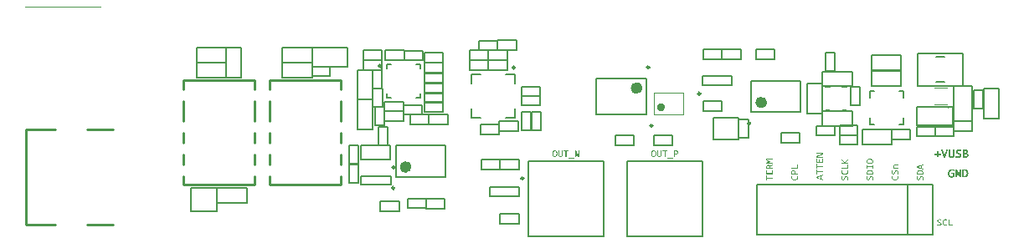
<source format=gto>
G04*
G04 #@! TF.GenerationSoftware,Altium Limited,Altium Designer,23.10.1 (27)*
G04*
G04 Layer_Color=65535*
%FSAX25Y25*%
%MOIN*%
G70*
G04*
G04 #@! TF.SameCoordinates,9A25CA80-9317-414E-98C9-A3F1B825D269*
G04*
G04*
G04 #@! TF.FilePolarity,Positive*
G04*
G01*
G75*
%ADD10C,0.00394*%
%ADD11C,0.00984*%
%ADD12C,0.00610*%
%ADD13C,0.02362*%
%ADD14C,0.01575*%
%ADD15C,0.00787*%
%ADD16C,0.00500*%
%ADD17C,0.01000*%
%ADD18C,0.00591*%
G36*
X0347698Y0029044D02*
X0346435D01*
X0346432D01*
X0346425D01*
X0346412D01*
X0346396D01*
X0346376Y0029041D01*
X0346357D01*
X0346304Y0029034D01*
X0346248Y0029021D01*
X0346193Y0029008D01*
X0346137Y0028985D01*
X0346091Y0028955D01*
X0346088Y0028952D01*
X0346074Y0028939D01*
X0346055Y0028919D01*
X0346035Y0028893D01*
X0346015Y0028857D01*
X0345996Y0028811D01*
X0345983Y0028758D01*
X0345979Y0028699D01*
Y0028676D01*
X0345983Y0028660D01*
X0345986Y0028621D01*
X0345999Y0028575D01*
Y0028572D01*
X0346002Y0028565D01*
X0346009Y0028552D01*
X0346015Y0028539D01*
X0346035Y0028496D01*
X0346065Y0028450D01*
X0346068Y0028447D01*
X0346074Y0028440D01*
X0346084Y0028424D01*
X0346097Y0028407D01*
X0346114Y0028388D01*
X0346137Y0028361D01*
X0346160Y0028335D01*
X0346189Y0028309D01*
X0346193Y0028306D01*
X0346202Y0028296D01*
X0346219Y0028280D01*
X0346242Y0028260D01*
X0346271Y0028234D01*
X0346304Y0028207D01*
X0346343Y0028175D01*
X0346386Y0028142D01*
X0347698D01*
Y0027797D01*
X0345720D01*
Y0028102D01*
X0346042Y0028116D01*
X0346038Y0028119D01*
X0346025Y0028132D01*
X0346006Y0028148D01*
X0345983Y0028171D01*
X0345956Y0028194D01*
X0345927Y0028224D01*
X0345871Y0028283D01*
X0345868Y0028286D01*
X0345858Y0028296D01*
X0345848Y0028312D01*
X0345832Y0028332D01*
X0345815Y0028358D01*
X0345796Y0028385D01*
X0345763Y0028440D01*
X0345760Y0028444D01*
X0345756Y0028453D01*
X0345750Y0028470D01*
X0345740Y0028490D01*
X0345730Y0028516D01*
X0345720Y0028542D01*
X0345704Y0028601D01*
Y0028604D01*
X0345701Y0028614D01*
X0345697Y0028631D01*
X0345694Y0028653D01*
X0345691Y0028676D01*
X0345687Y0028706D01*
X0345684Y0028768D01*
Y0028798D01*
X0345687Y0028817D01*
X0345691Y0028844D01*
X0345694Y0028873D01*
X0345707Y0028942D01*
X0345727Y0029014D01*
X0345760Y0029093D01*
X0345779Y0029129D01*
X0345806Y0029165D01*
X0345832Y0029201D01*
X0345865Y0029231D01*
X0345868Y0029234D01*
X0345874Y0029237D01*
X0345884Y0029244D01*
X0345897Y0029257D01*
X0345917Y0029267D01*
X0345940Y0029280D01*
X0345970Y0029296D01*
X0345999Y0029309D01*
X0346035Y0029326D01*
X0346078Y0029339D01*
X0346120Y0029352D01*
X0346169Y0029365D01*
X0346222Y0029375D01*
X0346281Y0029382D01*
X0346343Y0029385D01*
X0346409Y0029388D01*
X0347698D01*
Y0029044D01*
D02*
G37*
G36*
X0347068Y0027227D02*
X0347111Y0027220D01*
X0347163Y0027210D01*
X0347216Y0027197D01*
X0347272Y0027181D01*
X0347324Y0027154D01*
X0347331Y0027151D01*
X0347347Y0027141D01*
X0347373Y0027125D01*
X0347403Y0027099D01*
X0347442Y0027069D01*
X0347478Y0027033D01*
X0347518Y0026994D01*
X0347554Y0026945D01*
X0347557Y0026938D01*
X0347570Y0026922D01*
X0347586Y0026892D01*
X0347606Y0026853D01*
X0347629Y0026807D01*
X0347649Y0026751D01*
X0347672Y0026689D01*
X0347691Y0026620D01*
Y0026617D01*
X0347695Y0026610D01*
Y0026600D01*
X0347698Y0026587D01*
X0347701Y0026571D01*
X0347705Y0026548D01*
X0347711Y0026498D01*
X0347721Y0026436D01*
X0347727Y0026367D01*
X0347731Y0026289D01*
X0347734Y0026207D01*
Y0026144D01*
X0347731Y0026112D01*
Y0026079D01*
X0347724Y0026003D01*
Y0025987D01*
X0347721Y0025967D01*
X0347718Y0025941D01*
Y0025911D01*
X0347714Y0025879D01*
X0347705Y0025806D01*
Y0025803D01*
X0347701Y0025790D01*
Y0025774D01*
X0347698Y0025747D01*
X0347695Y0025721D01*
X0347691Y0025692D01*
X0347682Y0025629D01*
Y0025626D01*
X0347678Y0025616D01*
X0347675Y0025600D01*
X0347672Y0025580D01*
X0347659Y0025534D01*
X0347645Y0025482D01*
X0347308D01*
Y0025485D01*
X0347311Y0025488D01*
X0347318Y0025508D01*
X0347327Y0025537D01*
X0347340Y0025580D01*
X0347354Y0025626D01*
X0347370Y0025685D01*
X0347383Y0025747D01*
X0347396Y0025813D01*
Y0025823D01*
X0347399Y0025833D01*
Y0025846D01*
X0347403Y0025862D01*
X0347406Y0025885D01*
X0347409Y0025934D01*
X0347416Y0025997D01*
X0347423Y0026069D01*
X0347426Y0026148D01*
Y0026292D01*
X0347423Y0026331D01*
X0347419Y0026377D01*
X0347416Y0026423D01*
X0347409Y0026472D01*
X0347399Y0026518D01*
Y0026525D01*
X0347393Y0026538D01*
X0347390Y0026561D01*
X0347380Y0026587D01*
X0347370Y0026620D01*
X0347354Y0026653D01*
X0347340Y0026686D01*
X0347321Y0026715D01*
X0347318Y0026718D01*
X0347311Y0026728D01*
X0347301Y0026741D01*
X0347285Y0026758D01*
X0347265Y0026774D01*
X0347245Y0026794D01*
X0347219Y0026810D01*
X0347193Y0026827D01*
X0347190Y0026830D01*
X0347180Y0026833D01*
X0347163Y0026840D01*
X0347144Y0026846D01*
X0347117Y0026853D01*
X0347088Y0026856D01*
X0347058Y0026863D01*
X0347022D01*
X0347019D01*
X0347006D01*
X0346986Y0026859D01*
X0346960Y0026856D01*
X0346934Y0026849D01*
X0346904Y0026836D01*
X0346875Y0026823D01*
X0346845Y0026804D01*
X0346842Y0026800D01*
X0346832Y0026794D01*
X0346819Y0026781D01*
X0346799Y0026761D01*
X0346780Y0026741D01*
X0346757Y0026715D01*
X0346737Y0026682D01*
X0346714Y0026649D01*
X0346711Y0026646D01*
X0346704Y0026633D01*
X0346691Y0026613D01*
X0346678Y0026587D01*
X0346661Y0026554D01*
X0346642Y0026518D01*
X0346625Y0026476D01*
X0346606Y0026433D01*
X0346603Y0026426D01*
X0346596Y0026413D01*
X0346586Y0026387D01*
X0346576Y0026357D01*
X0346560Y0026318D01*
X0346543Y0026279D01*
X0346507Y0026187D01*
X0346504Y0026180D01*
X0346498Y0026167D01*
X0346488Y0026141D01*
X0346475Y0026108D01*
X0346458Y0026072D01*
X0346439Y0026030D01*
X0346396Y0025941D01*
X0346393Y0025934D01*
X0346386Y0025921D01*
X0346373Y0025898D01*
X0346353Y0025869D01*
X0346334Y0025836D01*
X0346307Y0025800D01*
X0346252Y0025724D01*
X0346248Y0025721D01*
X0346238Y0025708D01*
X0346219Y0025692D01*
X0346196Y0025669D01*
X0346169Y0025646D01*
X0346137Y0025620D01*
X0346101Y0025593D01*
X0346061Y0025570D01*
X0346055Y0025567D01*
X0346042Y0025560D01*
X0346019Y0025554D01*
X0345986Y0025544D01*
X0345947Y0025531D01*
X0345904Y0025524D01*
X0345855Y0025518D01*
X0345799Y0025515D01*
X0345792D01*
X0345776D01*
X0345750Y0025518D01*
X0345717Y0025521D01*
X0345677Y0025528D01*
X0345635Y0025537D01*
X0345589Y0025551D01*
X0345540Y0025567D01*
X0345533Y0025570D01*
X0345517Y0025577D01*
X0345494Y0025590D01*
X0345461Y0025610D01*
X0345425Y0025633D01*
X0345389Y0025662D01*
X0345350Y0025698D01*
X0345310Y0025738D01*
X0345307Y0025744D01*
X0345294Y0025760D01*
X0345274Y0025784D01*
X0345254Y0025820D01*
X0345228Y0025862D01*
X0345202Y0025915D01*
X0345176Y0025974D01*
X0345149Y0026039D01*
Y0026043D01*
X0345146Y0026049D01*
X0345143Y0026059D01*
X0345140Y0026072D01*
X0345136Y0026089D01*
X0345130Y0026112D01*
X0345123Y0026134D01*
X0345117Y0026164D01*
X0345107Y0026226D01*
X0345097Y0026302D01*
X0345090Y0026384D01*
X0345087Y0026476D01*
Y0026538D01*
X0345090Y0026561D01*
X0345094Y0026613D01*
Y0026626D01*
X0345097Y0026643D01*
Y0026662D01*
X0345100Y0026686D01*
X0345104Y0026712D01*
X0345113Y0026768D01*
Y0026771D01*
X0345117Y0026781D01*
Y0026797D01*
X0345120Y0026817D01*
X0345123Y0026840D01*
X0345130Y0026866D01*
X0345140Y0026922D01*
Y0026925D01*
X0345143Y0026935D01*
Y0026951D01*
X0345146Y0026971D01*
X0345156Y0027017D01*
X0345166Y0027066D01*
X0345481D01*
Y0027063D01*
X0345477Y0027059D01*
X0345474Y0027040D01*
X0345464Y0027010D01*
X0345458Y0026971D01*
X0345445Y0026925D01*
X0345435Y0026872D01*
X0345425Y0026817D01*
X0345415Y0026761D01*
Y0026754D01*
X0345412Y0026735D01*
X0345409Y0026705D01*
X0345402Y0026669D01*
X0345399Y0026623D01*
X0345395Y0026574D01*
X0345392Y0026466D01*
Y0026417D01*
X0345395Y0026390D01*
X0345399Y0026364D01*
X0345405Y0026298D01*
X0345418Y0026226D01*
X0345435Y0026151D01*
X0345461Y0026082D01*
X0345477Y0026052D01*
X0345494Y0026023D01*
X0345497Y0026016D01*
X0345514Y0026000D01*
X0345533Y0025977D01*
X0345566Y0025954D01*
X0345605Y0025928D01*
X0345651Y0025905D01*
X0345704Y0025888D01*
X0345733Y0025885D01*
X0345763Y0025882D01*
X0345766D01*
X0345779D01*
X0345799Y0025885D01*
X0345825Y0025888D01*
X0345851Y0025895D01*
X0345884Y0025905D01*
X0345914Y0025918D01*
X0345943Y0025938D01*
X0345947Y0025941D01*
X0345956Y0025947D01*
X0345970Y0025961D01*
X0345989Y0025980D01*
X0346009Y0026000D01*
X0346032Y0026026D01*
X0346055Y0026059D01*
X0346078Y0026092D01*
X0346081Y0026095D01*
X0346088Y0026108D01*
X0346097Y0026128D01*
X0346114Y0026154D01*
X0346130Y0026187D01*
X0346147Y0026223D01*
X0346166Y0026266D01*
X0346186Y0026308D01*
X0346189Y0026315D01*
X0346193Y0026328D01*
X0346202Y0026354D01*
X0346216Y0026384D01*
X0346229Y0026423D01*
X0346248Y0026462D01*
X0346284Y0026554D01*
X0346288Y0026561D01*
X0346294Y0026577D01*
X0346304Y0026600D01*
X0346317Y0026633D01*
X0346334Y0026669D01*
X0346353Y0026712D01*
X0346396Y0026800D01*
X0346399Y0026807D01*
X0346406Y0026820D01*
X0346419Y0026843D01*
X0346439Y0026872D01*
X0346458Y0026905D01*
X0346484Y0026941D01*
X0346543Y0027017D01*
X0346547Y0027020D01*
X0346557Y0027033D01*
X0346576Y0027049D01*
X0346599Y0027073D01*
X0346625Y0027095D01*
X0346658Y0027122D01*
X0346698Y0027148D01*
X0346737Y0027171D01*
X0346743Y0027174D01*
X0346757Y0027181D01*
X0346780Y0027191D01*
X0346812Y0027200D01*
X0346852Y0027210D01*
X0346894Y0027220D01*
X0346947Y0027227D01*
X0347003Y0027230D01*
X0347006D01*
X0347009D01*
X0347019D01*
X0347032D01*
X0347068Y0027227D01*
D02*
G37*
G36*
X0347603Y0025003D02*
X0347609Y0024993D01*
X0347616Y0024977D01*
X0347623Y0024954D01*
X0347632Y0024924D01*
X0347642Y0024891D01*
X0347655Y0024852D01*
X0347665Y0024809D01*
X0347678Y0024760D01*
X0347691Y0024711D01*
X0347711Y0024599D01*
X0347724Y0024481D01*
X0347731Y0024357D01*
Y0024334D01*
X0347727Y0024304D01*
X0347724Y0024268D01*
X0347721Y0024222D01*
X0347714Y0024170D01*
X0347705Y0024111D01*
X0347691Y0024048D01*
X0347672Y0023983D01*
X0347652Y0023914D01*
X0347626Y0023845D01*
X0347593Y0023773D01*
X0347557Y0023707D01*
X0347514Y0023642D01*
X0347462Y0023579D01*
X0347406Y0023520D01*
X0347403Y0023517D01*
X0347390Y0023507D01*
X0347370Y0023494D01*
X0347344Y0023474D01*
X0347311Y0023451D01*
X0347268Y0023428D01*
X0347219Y0023402D01*
X0347163Y0023376D01*
X0347098Y0023346D01*
X0347026Y0023320D01*
X0346947Y0023297D01*
X0346862Y0023274D01*
X0346766Y0023255D01*
X0346665Y0023242D01*
X0346557Y0023232D01*
X0346442Y0023228D01*
X0346439D01*
X0346429D01*
X0346412D01*
X0346389D01*
X0346363Y0023232D01*
X0346330D01*
X0346294Y0023235D01*
X0346255Y0023238D01*
X0346166Y0023248D01*
X0346074Y0023261D01*
X0345976Y0023281D01*
X0345881Y0023307D01*
X0345878D01*
X0345871Y0023310D01*
X0345858Y0023317D01*
X0345838Y0023324D01*
X0345819Y0023330D01*
X0345792Y0023340D01*
X0345733Y0023366D01*
X0345668Y0023399D01*
X0345596Y0023438D01*
X0345527Y0023484D01*
X0345458Y0023537D01*
X0345455Y0023540D01*
X0345451Y0023543D01*
X0345441Y0023553D01*
X0345428Y0023563D01*
X0345395Y0023596D01*
X0345356Y0023638D01*
X0345314Y0023691D01*
X0345268Y0023753D01*
X0345225Y0023825D01*
X0345185Y0023901D01*
Y0023904D01*
X0345182Y0023911D01*
X0345176Y0023924D01*
X0345169Y0023937D01*
X0345163Y0023960D01*
X0345156Y0023983D01*
X0345146Y0024009D01*
X0345136Y0024042D01*
X0345120Y0024111D01*
X0345104Y0024193D01*
X0345094Y0024281D01*
X0345090Y0024376D01*
Y0024442D01*
X0345094Y0024485D01*
X0345097Y0024537D01*
X0345104Y0024593D01*
X0345123Y0024708D01*
Y0024714D01*
X0345130Y0024734D01*
X0345136Y0024763D01*
X0345146Y0024803D01*
X0345159Y0024849D01*
X0345176Y0024898D01*
X0345215Y0025006D01*
X0345560D01*
X0345556Y0024999D01*
X0345546Y0024983D01*
X0345533Y0024954D01*
X0345517Y0024917D01*
X0345497Y0024872D01*
X0345477Y0024822D01*
X0345461Y0024770D01*
X0345445Y0024714D01*
X0345441Y0024708D01*
X0345438Y0024688D01*
X0345431Y0024658D01*
X0345422Y0024619D01*
X0345415Y0024570D01*
X0345409Y0024514D01*
X0345405Y0024455D01*
X0345402Y0024389D01*
Y0024360D01*
X0345405Y0024324D01*
X0345412Y0024281D01*
X0345418Y0024229D01*
X0345431Y0024176D01*
X0345448Y0024117D01*
X0345471Y0024061D01*
X0345474Y0024055D01*
X0345484Y0024038D01*
X0345500Y0024009D01*
X0345520Y0023976D01*
X0345550Y0023937D01*
X0345586Y0023894D01*
X0345625Y0023852D01*
X0345671Y0023812D01*
X0345677Y0023809D01*
X0345694Y0023796D01*
X0345720Y0023776D01*
X0345760Y0023753D01*
X0345806Y0023730D01*
X0345858Y0023704D01*
X0345917Y0023678D01*
X0345986Y0023655D01*
X0345989D01*
X0345996Y0023652D01*
X0346006D01*
X0346019Y0023648D01*
X0346035Y0023642D01*
X0346058Y0023638D01*
X0346107Y0023629D01*
X0346169Y0023619D01*
X0346242Y0023612D01*
X0346320Y0023606D01*
X0346409Y0023602D01*
X0346415D01*
X0346432D01*
X0346458D01*
X0346491Y0023606D01*
X0346534Y0023609D01*
X0346580Y0023612D01*
X0346632Y0023619D01*
X0346691Y0023629D01*
X0346812Y0023652D01*
X0346875Y0023668D01*
X0346937Y0023687D01*
X0346999Y0023710D01*
X0347058Y0023737D01*
X0347114Y0023766D01*
X0347163Y0023802D01*
X0347167Y0023806D01*
X0347173Y0023812D01*
X0347186Y0023825D01*
X0347203Y0023842D01*
X0347222Y0023861D01*
X0347242Y0023888D01*
X0347265Y0023917D01*
X0347288Y0023953D01*
X0347314Y0023993D01*
X0347337Y0024035D01*
X0347357Y0024084D01*
X0347377Y0024140D01*
X0347393Y0024196D01*
X0347406Y0024258D01*
X0347413Y0024324D01*
X0347416Y0024396D01*
Y0024426D01*
X0347413Y0024458D01*
Y0024498D01*
X0347406Y0024547D01*
X0347399Y0024599D01*
X0347393Y0024658D01*
X0347380Y0024714D01*
Y0024717D01*
X0347377Y0024721D01*
X0347373Y0024740D01*
X0347363Y0024770D01*
X0347350Y0024806D01*
X0347337Y0024852D01*
X0347318Y0024901D01*
X0347272Y0025006D01*
X0347603D01*
Y0025003D01*
D02*
G37*
G36*
X0336484Y0031769D02*
X0336521D01*
X0336560Y0031766D01*
X0336602Y0031763D01*
X0336694Y0031753D01*
X0336796Y0031737D01*
X0336898Y0031717D01*
X0336996Y0031691D01*
X0336999D01*
X0337006Y0031688D01*
X0337019Y0031681D01*
X0337039Y0031674D01*
X0337058Y0031668D01*
X0337085Y0031658D01*
X0337140Y0031632D01*
X0337206Y0031599D01*
X0337278Y0031563D01*
X0337347Y0031517D01*
X0337413Y0031468D01*
X0337416D01*
X0337419Y0031461D01*
X0337439Y0031445D01*
X0337468Y0031415D01*
X0337505Y0031376D01*
X0337544Y0031327D01*
X0337583Y0031274D01*
X0337623Y0031212D01*
X0337655Y0031143D01*
Y0031140D01*
X0337659Y0031133D01*
X0337662Y0031123D01*
X0337668Y0031110D01*
X0337675Y0031094D01*
X0337682Y0031074D01*
X0337695Y0031025D01*
X0337708Y0030966D01*
X0337721Y0030897D01*
X0337731Y0030825D01*
X0337734Y0030749D01*
Y0030707D01*
X0337731Y0030687D01*
Y0030661D01*
X0337724Y0030602D01*
X0337711Y0030536D01*
X0337698Y0030464D01*
X0337675Y0030389D01*
X0337646Y0030316D01*
Y0030313D01*
X0337642Y0030310D01*
X0337636Y0030300D01*
X0337629Y0030287D01*
X0337610Y0030251D01*
X0337580Y0030208D01*
X0337544Y0030162D01*
X0337498Y0030110D01*
X0337445Y0030061D01*
X0337386Y0030011D01*
X0337383D01*
X0337380Y0030005D01*
X0337370Y0030002D01*
X0337357Y0029992D01*
X0337340Y0029982D01*
X0337321Y0029972D01*
X0337272Y0029946D01*
X0337209Y0029916D01*
X0337140Y0029887D01*
X0337062Y0029860D01*
X0336973Y0029834D01*
X0336970D01*
X0336963Y0029831D01*
X0336950Y0029828D01*
X0336930Y0029824D01*
X0336908Y0029821D01*
X0336881Y0029815D01*
X0336848Y0029811D01*
X0336812Y0029805D01*
X0336776Y0029798D01*
X0336734Y0029795D01*
X0336639Y0029785D01*
X0336537Y0029779D01*
X0336425Y0029775D01*
X0336422D01*
X0336409D01*
X0336393D01*
X0336366D01*
X0336337Y0029779D01*
X0336304D01*
X0336265Y0029782D01*
X0336222Y0029785D01*
X0336130Y0029795D01*
X0336029Y0029808D01*
X0335930Y0029828D01*
X0335832Y0029854D01*
X0335828D01*
X0335822Y0029857D01*
X0335809Y0029864D01*
X0335789Y0029870D01*
X0335769Y0029877D01*
X0335743Y0029887D01*
X0335684Y0029913D01*
X0335618Y0029943D01*
X0335550Y0029982D01*
X0335481Y0030024D01*
X0335415Y0030074D01*
X0335412Y0030077D01*
X0335409Y0030080D01*
X0335389Y0030097D01*
X0335359Y0030126D01*
X0335320Y0030166D01*
X0335281Y0030211D01*
X0335241Y0030267D01*
X0335202Y0030330D01*
X0335169Y0030395D01*
Y0030398D01*
X0335166Y0030405D01*
X0335163Y0030415D01*
X0335156Y0030428D01*
X0335149Y0030444D01*
X0335143Y0030464D01*
X0335126Y0030513D01*
X0335113Y0030572D01*
X0335100Y0030641D01*
X0335090Y0030713D01*
X0335087Y0030789D01*
Y0030831D01*
X0335090Y0030851D01*
Y0030877D01*
X0335097Y0030936D01*
X0335110Y0031005D01*
X0335126Y0031077D01*
X0335149Y0031150D01*
X0335179Y0031222D01*
Y0031225D01*
X0335182Y0031231D01*
X0335189Y0031238D01*
X0335195Y0031251D01*
X0335218Y0031287D01*
X0335245Y0031330D01*
X0335284Y0031376D01*
X0335330Y0031428D01*
X0335382Y0031478D01*
X0335441Y0031527D01*
X0335445D01*
X0335448Y0031533D01*
X0335458Y0031540D01*
X0335471Y0031546D01*
X0335487Y0031556D01*
X0335507Y0031569D01*
X0335556Y0031596D01*
X0335615Y0031625D01*
X0335684Y0031658D01*
X0335763Y0031684D01*
X0335851Y0031710D01*
X0335855D01*
X0335861Y0031714D01*
X0335874Y0031717D01*
X0335894Y0031720D01*
X0335917Y0031724D01*
X0335943Y0031730D01*
X0335973Y0031737D01*
X0336009Y0031743D01*
X0336048Y0031747D01*
X0336091Y0031753D01*
X0336183Y0031763D01*
X0336284Y0031769D01*
X0336396Y0031773D01*
X0336399D01*
X0336412D01*
X0336429D01*
X0336455D01*
X0336484Y0031769D01*
D02*
G37*
G36*
X0337698Y0027784D02*
X0337400D01*
Y0028378D01*
X0335418D01*
Y0027784D01*
X0335123D01*
Y0029326D01*
X0335418D01*
Y0028732D01*
X0337400D01*
Y0029326D01*
X0337698D01*
Y0027784D01*
D02*
G37*
G36*
X0336497Y0027299D02*
X0336553Y0027296D01*
X0336612Y0027289D01*
X0336740Y0027273D01*
X0336743D01*
X0336747D01*
X0336757Y0027269D01*
X0336770Y0027266D01*
X0336799Y0027259D01*
X0336842Y0027250D01*
X0336891Y0027237D01*
X0336944Y0027220D01*
X0337055Y0027181D01*
X0337062Y0027178D01*
X0337078Y0027171D01*
X0337108Y0027154D01*
X0337144Y0027138D01*
X0337183Y0027112D01*
X0337229Y0027086D01*
X0337275Y0027053D01*
X0337321Y0027017D01*
X0337327Y0027013D01*
X0337340Y0026997D01*
X0337364Y0026977D01*
X0337390Y0026948D01*
X0337422Y0026912D01*
X0337455Y0026869D01*
X0337491Y0026820D01*
X0337524Y0026768D01*
X0337527Y0026761D01*
X0337537Y0026741D01*
X0337554Y0026712D01*
X0337570Y0026672D01*
X0337590Y0026623D01*
X0337613Y0026564D01*
X0337632Y0026498D01*
X0337652Y0026430D01*
Y0026426D01*
X0337655Y0026420D01*
Y0026410D01*
X0337659Y0026397D01*
X0337662Y0026377D01*
X0337665Y0026357D01*
X0337675Y0026305D01*
X0337685Y0026239D01*
X0337691Y0026164D01*
X0337695Y0026082D01*
X0337698Y0025993D01*
Y0025442D01*
X0335123D01*
Y0026131D01*
X0335126Y0026164D01*
Y0026203D01*
X0335133Y0026252D01*
X0335140Y0026311D01*
X0335149Y0026374D01*
X0335163Y0026443D01*
X0335179Y0026515D01*
X0335199Y0026590D01*
X0335225Y0026666D01*
X0335254Y0026738D01*
X0335291Y0026810D01*
X0335333Y0026879D01*
X0335379Y0026945D01*
X0335435Y0027004D01*
X0335438Y0027007D01*
X0335448Y0027017D01*
X0335468Y0027030D01*
X0335494Y0027049D01*
X0335527Y0027073D01*
X0335566Y0027099D01*
X0335615Y0027125D01*
X0335671Y0027154D01*
X0335733Y0027181D01*
X0335802Y0027207D01*
X0335881Y0027233D01*
X0335966Y0027256D01*
X0336058Y0027276D01*
X0336160Y0027289D01*
X0336268Y0027299D01*
X0336383Y0027302D01*
X0336386D01*
X0336393D01*
X0336402D01*
X0336416D01*
X0336452D01*
X0336497Y0027299D01*
D02*
G37*
G36*
X0337068Y0024973D02*
X0337111Y0024967D01*
X0337163Y0024957D01*
X0337216Y0024944D01*
X0337272Y0024927D01*
X0337324Y0024901D01*
X0337331Y0024898D01*
X0337347Y0024888D01*
X0337373Y0024872D01*
X0337403Y0024845D01*
X0337442Y0024816D01*
X0337478Y0024780D01*
X0337518Y0024740D01*
X0337554Y0024691D01*
X0337557Y0024685D01*
X0337570Y0024668D01*
X0337586Y0024639D01*
X0337606Y0024599D01*
X0337629Y0024554D01*
X0337649Y0024498D01*
X0337672Y0024435D01*
X0337691Y0024366D01*
Y0024363D01*
X0337695Y0024357D01*
Y0024347D01*
X0337698Y0024334D01*
X0337701Y0024317D01*
X0337705Y0024294D01*
X0337711Y0024245D01*
X0337721Y0024183D01*
X0337727Y0024114D01*
X0337731Y0024035D01*
X0337734Y0023953D01*
Y0023891D01*
X0337731Y0023858D01*
Y0023825D01*
X0337724Y0023750D01*
Y0023733D01*
X0337721Y0023714D01*
X0337718Y0023687D01*
Y0023658D01*
X0337714Y0023625D01*
X0337705Y0023553D01*
Y0023550D01*
X0337701Y0023537D01*
Y0023520D01*
X0337698Y0023494D01*
X0337695Y0023468D01*
X0337691Y0023438D01*
X0337682Y0023376D01*
Y0023373D01*
X0337678Y0023363D01*
X0337675Y0023346D01*
X0337672Y0023327D01*
X0337659Y0023281D01*
X0337646Y0023228D01*
X0337308D01*
Y0023232D01*
X0337311Y0023235D01*
X0337317Y0023255D01*
X0337327Y0023284D01*
X0337340Y0023327D01*
X0337354Y0023373D01*
X0337370Y0023432D01*
X0337383Y0023494D01*
X0337396Y0023560D01*
Y0023570D01*
X0337400Y0023579D01*
Y0023592D01*
X0337403Y0023609D01*
X0337406Y0023632D01*
X0337409Y0023681D01*
X0337416Y0023743D01*
X0337422Y0023816D01*
X0337426Y0023894D01*
Y0024038D01*
X0337422Y0024078D01*
X0337419Y0024124D01*
X0337416Y0024170D01*
X0337409Y0024219D01*
X0337400Y0024265D01*
Y0024271D01*
X0337393Y0024284D01*
X0337390Y0024307D01*
X0337380Y0024334D01*
X0337370Y0024366D01*
X0337354Y0024399D01*
X0337340Y0024432D01*
X0337321Y0024462D01*
X0337317Y0024465D01*
X0337311Y0024475D01*
X0337301Y0024488D01*
X0337285Y0024504D01*
X0337265Y0024521D01*
X0337245Y0024540D01*
X0337219Y0024557D01*
X0337193Y0024573D01*
X0337190Y0024576D01*
X0337180Y0024580D01*
X0337163Y0024586D01*
X0337144Y0024593D01*
X0337118Y0024599D01*
X0337088Y0024603D01*
X0337058Y0024609D01*
X0337022D01*
X0337019D01*
X0337006D01*
X0336986Y0024606D01*
X0336960Y0024603D01*
X0336934Y0024596D01*
X0336904Y0024583D01*
X0336875Y0024570D01*
X0336845Y0024550D01*
X0336842Y0024547D01*
X0336832Y0024540D01*
X0336819Y0024527D01*
X0336799Y0024508D01*
X0336780Y0024488D01*
X0336757Y0024462D01*
X0336737Y0024429D01*
X0336714Y0024396D01*
X0336711Y0024393D01*
X0336704Y0024380D01*
X0336691Y0024360D01*
X0336678Y0024334D01*
X0336662Y0024301D01*
X0336642Y0024265D01*
X0336626Y0024222D01*
X0336606Y0024180D01*
X0336602Y0024173D01*
X0336596Y0024160D01*
X0336586Y0024134D01*
X0336576Y0024104D01*
X0336560Y0024065D01*
X0336543Y0024025D01*
X0336507Y0023934D01*
X0336504Y0023927D01*
X0336497Y0023914D01*
X0336488Y0023888D01*
X0336475Y0023855D01*
X0336458Y0023819D01*
X0336438Y0023776D01*
X0336396Y0023687D01*
X0336393Y0023681D01*
X0336386Y0023668D01*
X0336373Y0023645D01*
X0336353Y0023615D01*
X0336333Y0023583D01*
X0336307Y0023547D01*
X0336251Y0023471D01*
X0336248Y0023468D01*
X0336238Y0023455D01*
X0336219Y0023438D01*
X0336196Y0023415D01*
X0336170Y0023392D01*
X0336137Y0023366D01*
X0336101Y0023340D01*
X0336061Y0023317D01*
X0336055Y0023314D01*
X0336042Y0023307D01*
X0336019Y0023301D01*
X0335986Y0023291D01*
X0335946Y0023278D01*
X0335904Y0023271D01*
X0335855Y0023264D01*
X0335799Y0023261D01*
X0335792D01*
X0335776D01*
X0335750Y0023264D01*
X0335717Y0023268D01*
X0335678Y0023274D01*
X0335635Y0023284D01*
X0335589Y0023297D01*
X0335540Y0023314D01*
X0335533Y0023317D01*
X0335517Y0023324D01*
X0335494Y0023337D01*
X0335461Y0023356D01*
X0335425Y0023379D01*
X0335389Y0023409D01*
X0335349Y0023445D01*
X0335310Y0023484D01*
X0335307Y0023491D01*
X0335294Y0023507D01*
X0335274Y0023530D01*
X0335254Y0023566D01*
X0335228Y0023609D01*
X0335202Y0023661D01*
X0335176Y0023720D01*
X0335149Y0023786D01*
Y0023789D01*
X0335146Y0023796D01*
X0335143Y0023806D01*
X0335140Y0023819D01*
X0335136Y0023835D01*
X0335130Y0023858D01*
X0335123Y0023881D01*
X0335117Y0023911D01*
X0335107Y0023973D01*
X0335097Y0024048D01*
X0335090Y0024130D01*
X0335087Y0024222D01*
Y0024284D01*
X0335090Y0024307D01*
X0335094Y0024360D01*
Y0024373D01*
X0335097Y0024389D01*
Y0024409D01*
X0335100Y0024432D01*
X0335104Y0024458D01*
X0335113Y0024514D01*
Y0024517D01*
X0335117Y0024527D01*
Y0024544D01*
X0335120Y0024563D01*
X0335123Y0024586D01*
X0335130Y0024612D01*
X0335140Y0024668D01*
Y0024671D01*
X0335143Y0024681D01*
Y0024698D01*
X0335146Y0024717D01*
X0335156Y0024763D01*
X0335166Y0024813D01*
X0335481D01*
Y0024809D01*
X0335477Y0024806D01*
X0335474Y0024786D01*
X0335464Y0024757D01*
X0335458Y0024717D01*
X0335445Y0024671D01*
X0335435Y0024619D01*
X0335425Y0024563D01*
X0335415Y0024508D01*
Y0024501D01*
X0335412Y0024481D01*
X0335409Y0024452D01*
X0335402Y0024416D01*
X0335399Y0024370D01*
X0335395Y0024321D01*
X0335392Y0024212D01*
Y0024163D01*
X0335395Y0024137D01*
X0335399Y0024111D01*
X0335405Y0024045D01*
X0335418Y0023973D01*
X0335435Y0023898D01*
X0335461Y0023829D01*
X0335477Y0023799D01*
X0335494Y0023770D01*
X0335497Y0023763D01*
X0335513Y0023747D01*
X0335533Y0023724D01*
X0335566Y0023701D01*
X0335605Y0023674D01*
X0335651Y0023652D01*
X0335704Y0023635D01*
X0335733Y0023632D01*
X0335763Y0023629D01*
X0335766D01*
X0335779D01*
X0335799Y0023632D01*
X0335825Y0023635D01*
X0335851Y0023642D01*
X0335884Y0023652D01*
X0335914Y0023665D01*
X0335943Y0023684D01*
X0335946Y0023687D01*
X0335956Y0023694D01*
X0335969Y0023707D01*
X0335989Y0023727D01*
X0336009Y0023747D01*
X0336032Y0023773D01*
X0336055Y0023806D01*
X0336078Y0023838D01*
X0336081Y0023842D01*
X0336087Y0023855D01*
X0336097Y0023875D01*
X0336114Y0023901D01*
X0336130Y0023934D01*
X0336147Y0023970D01*
X0336166Y0024012D01*
X0336186Y0024055D01*
X0336189Y0024061D01*
X0336192Y0024075D01*
X0336202Y0024101D01*
X0336215Y0024130D01*
X0336229Y0024170D01*
X0336248Y0024209D01*
X0336284Y0024301D01*
X0336288Y0024307D01*
X0336294Y0024324D01*
X0336304Y0024347D01*
X0336317Y0024380D01*
X0336333Y0024416D01*
X0336353Y0024458D01*
X0336396Y0024547D01*
X0336399Y0024554D01*
X0336406Y0024567D01*
X0336419Y0024589D01*
X0336438Y0024619D01*
X0336458Y0024652D01*
X0336484Y0024688D01*
X0336543Y0024763D01*
X0336547Y0024767D01*
X0336557Y0024780D01*
X0336576Y0024796D01*
X0336599Y0024819D01*
X0336626Y0024842D01*
X0336658Y0024868D01*
X0336698Y0024895D01*
X0336737Y0024917D01*
X0336743Y0024921D01*
X0336757Y0024927D01*
X0336780Y0024937D01*
X0336812Y0024947D01*
X0336852Y0024957D01*
X0336894Y0024967D01*
X0336947Y0024973D01*
X0337003Y0024977D01*
X0337006D01*
X0337009D01*
X0337019D01*
X0337032D01*
X0337068Y0024973D01*
D02*
G37*
G36*
X0357698Y0029260D02*
X0357137Y0029083D01*
Y0028007D01*
X0357698Y0027827D01*
Y0027463D01*
X0355123Y0028319D01*
Y0028798D01*
X0357698Y0029644D01*
Y0029260D01*
D02*
G37*
G36*
X0356498Y0027299D02*
X0356553Y0027296D01*
X0356612Y0027289D01*
X0356740Y0027273D01*
X0356744D01*
X0356747D01*
X0356757Y0027269D01*
X0356770Y0027266D01*
X0356799Y0027259D01*
X0356842Y0027250D01*
X0356891Y0027237D01*
X0356944Y0027220D01*
X0357055Y0027181D01*
X0357062Y0027178D01*
X0357078Y0027171D01*
X0357108Y0027154D01*
X0357144Y0027138D01*
X0357183Y0027112D01*
X0357229Y0027086D01*
X0357275Y0027053D01*
X0357321Y0027017D01*
X0357327Y0027013D01*
X0357341Y0026997D01*
X0357364Y0026977D01*
X0357390Y0026948D01*
X0357422Y0026912D01*
X0357455Y0026869D01*
X0357491Y0026820D01*
X0357524Y0026768D01*
X0357527Y0026761D01*
X0357537Y0026741D01*
X0357554Y0026712D01*
X0357570Y0026672D01*
X0357590Y0026623D01*
X0357613Y0026564D01*
X0357632Y0026498D01*
X0357652Y0026430D01*
Y0026426D01*
X0357655Y0026420D01*
Y0026410D01*
X0357659Y0026397D01*
X0357662Y0026377D01*
X0357665Y0026357D01*
X0357675Y0026305D01*
X0357685Y0026239D01*
X0357691Y0026164D01*
X0357695Y0026082D01*
X0357698Y0025993D01*
Y0025442D01*
X0355123D01*
Y0026131D01*
X0355127Y0026164D01*
Y0026203D01*
X0355133Y0026252D01*
X0355140Y0026311D01*
X0355149Y0026374D01*
X0355163Y0026443D01*
X0355179Y0026515D01*
X0355199Y0026590D01*
X0355225Y0026666D01*
X0355254Y0026738D01*
X0355291Y0026810D01*
X0355333Y0026879D01*
X0355379Y0026945D01*
X0355435Y0027004D01*
X0355438Y0027007D01*
X0355448Y0027017D01*
X0355468Y0027030D01*
X0355494Y0027049D01*
X0355527Y0027073D01*
X0355566Y0027099D01*
X0355615Y0027125D01*
X0355671Y0027154D01*
X0355733Y0027181D01*
X0355802Y0027207D01*
X0355881Y0027233D01*
X0355966Y0027256D01*
X0356058Y0027276D01*
X0356160Y0027289D01*
X0356268Y0027299D01*
X0356383Y0027302D01*
X0356386D01*
X0356393D01*
X0356402D01*
X0356416D01*
X0356452D01*
X0356498Y0027299D01*
D02*
G37*
G36*
X0357068Y0024973D02*
X0357111Y0024967D01*
X0357163Y0024957D01*
X0357216Y0024944D01*
X0357272Y0024927D01*
X0357324Y0024901D01*
X0357331Y0024898D01*
X0357347Y0024888D01*
X0357373Y0024872D01*
X0357403Y0024845D01*
X0357442Y0024816D01*
X0357478Y0024780D01*
X0357518Y0024740D01*
X0357554Y0024691D01*
X0357557Y0024685D01*
X0357570Y0024668D01*
X0357587Y0024639D01*
X0357606Y0024599D01*
X0357629Y0024554D01*
X0357649Y0024498D01*
X0357672Y0024435D01*
X0357691Y0024366D01*
Y0024363D01*
X0357695Y0024357D01*
Y0024347D01*
X0357698Y0024334D01*
X0357701Y0024317D01*
X0357705Y0024294D01*
X0357711Y0024245D01*
X0357721Y0024183D01*
X0357728Y0024114D01*
X0357731Y0024035D01*
X0357734Y0023953D01*
Y0023891D01*
X0357731Y0023858D01*
Y0023825D01*
X0357724Y0023750D01*
Y0023733D01*
X0357721Y0023714D01*
X0357718Y0023687D01*
Y0023658D01*
X0357714Y0023625D01*
X0357705Y0023553D01*
Y0023550D01*
X0357701Y0023537D01*
Y0023520D01*
X0357698Y0023494D01*
X0357695Y0023468D01*
X0357691Y0023438D01*
X0357682Y0023376D01*
Y0023373D01*
X0357678Y0023363D01*
X0357675Y0023346D01*
X0357672Y0023327D01*
X0357659Y0023281D01*
X0357646Y0023228D01*
X0357308D01*
Y0023232D01*
X0357311Y0023235D01*
X0357317Y0023255D01*
X0357327Y0023284D01*
X0357341Y0023327D01*
X0357354Y0023373D01*
X0357370Y0023432D01*
X0357383Y0023494D01*
X0357396Y0023560D01*
Y0023570D01*
X0357400Y0023579D01*
Y0023592D01*
X0357403Y0023609D01*
X0357406Y0023632D01*
X0357409Y0023681D01*
X0357416Y0023743D01*
X0357422Y0023816D01*
X0357426Y0023894D01*
Y0024038D01*
X0357422Y0024078D01*
X0357419Y0024124D01*
X0357416Y0024170D01*
X0357409Y0024219D01*
X0357400Y0024265D01*
Y0024271D01*
X0357393Y0024284D01*
X0357390Y0024307D01*
X0357380Y0024334D01*
X0357370Y0024366D01*
X0357354Y0024399D01*
X0357341Y0024432D01*
X0357321Y0024462D01*
X0357317Y0024465D01*
X0357311Y0024475D01*
X0357301Y0024488D01*
X0357285Y0024504D01*
X0357265Y0024521D01*
X0357245Y0024540D01*
X0357219Y0024557D01*
X0357193Y0024573D01*
X0357190Y0024576D01*
X0357180Y0024580D01*
X0357163Y0024586D01*
X0357144Y0024593D01*
X0357118Y0024599D01*
X0357088Y0024603D01*
X0357058Y0024609D01*
X0357022D01*
X0357019D01*
X0357006D01*
X0356986Y0024606D01*
X0356960Y0024603D01*
X0356934Y0024596D01*
X0356904Y0024583D01*
X0356875Y0024570D01*
X0356845Y0024550D01*
X0356842Y0024547D01*
X0356832Y0024540D01*
X0356819Y0024527D01*
X0356799Y0024508D01*
X0356780Y0024488D01*
X0356757Y0024462D01*
X0356737Y0024429D01*
X0356714Y0024396D01*
X0356711Y0024393D01*
X0356704Y0024380D01*
X0356691Y0024360D01*
X0356678Y0024334D01*
X0356662Y0024301D01*
X0356642Y0024265D01*
X0356626Y0024222D01*
X0356606Y0024180D01*
X0356603Y0024173D01*
X0356596Y0024160D01*
X0356586Y0024134D01*
X0356576Y0024104D01*
X0356560Y0024065D01*
X0356543Y0024025D01*
X0356507Y0023934D01*
X0356504Y0023927D01*
X0356498Y0023914D01*
X0356488Y0023888D01*
X0356475Y0023855D01*
X0356458Y0023819D01*
X0356438Y0023776D01*
X0356396Y0023687D01*
X0356393Y0023681D01*
X0356386Y0023668D01*
X0356373Y0023645D01*
X0356353Y0023615D01*
X0356333Y0023583D01*
X0356307Y0023547D01*
X0356252Y0023471D01*
X0356248Y0023468D01*
X0356238Y0023455D01*
X0356219Y0023438D01*
X0356196Y0023415D01*
X0356170Y0023392D01*
X0356137Y0023366D01*
X0356101Y0023340D01*
X0356061Y0023317D01*
X0356055Y0023314D01*
X0356042Y0023307D01*
X0356019Y0023301D01*
X0355986Y0023291D01*
X0355946Y0023278D01*
X0355904Y0023271D01*
X0355855Y0023264D01*
X0355799Y0023261D01*
X0355792D01*
X0355776D01*
X0355750Y0023264D01*
X0355717Y0023268D01*
X0355678Y0023274D01*
X0355635Y0023284D01*
X0355589Y0023297D01*
X0355540Y0023314D01*
X0355533Y0023317D01*
X0355517Y0023324D01*
X0355494Y0023337D01*
X0355461Y0023356D01*
X0355425Y0023379D01*
X0355389Y0023409D01*
X0355349Y0023445D01*
X0355310Y0023484D01*
X0355307Y0023491D01*
X0355294Y0023507D01*
X0355274Y0023530D01*
X0355254Y0023566D01*
X0355228Y0023609D01*
X0355202Y0023661D01*
X0355176Y0023720D01*
X0355149Y0023786D01*
Y0023789D01*
X0355146Y0023796D01*
X0355143Y0023806D01*
X0355140Y0023819D01*
X0355136Y0023835D01*
X0355130Y0023858D01*
X0355123Y0023881D01*
X0355117Y0023911D01*
X0355107Y0023973D01*
X0355097Y0024048D01*
X0355090Y0024130D01*
X0355087Y0024222D01*
Y0024284D01*
X0355090Y0024307D01*
X0355094Y0024360D01*
Y0024373D01*
X0355097Y0024389D01*
Y0024409D01*
X0355100Y0024432D01*
X0355103Y0024458D01*
X0355113Y0024514D01*
Y0024517D01*
X0355117Y0024527D01*
Y0024544D01*
X0355120Y0024563D01*
X0355123Y0024586D01*
X0355130Y0024612D01*
X0355140Y0024668D01*
Y0024671D01*
X0355143Y0024681D01*
Y0024698D01*
X0355146Y0024717D01*
X0355156Y0024763D01*
X0355166Y0024813D01*
X0355481D01*
Y0024809D01*
X0355477Y0024806D01*
X0355474Y0024786D01*
X0355464Y0024757D01*
X0355458Y0024717D01*
X0355445Y0024671D01*
X0355435Y0024619D01*
X0355425Y0024563D01*
X0355415Y0024508D01*
Y0024501D01*
X0355412Y0024481D01*
X0355409Y0024452D01*
X0355402Y0024416D01*
X0355399Y0024370D01*
X0355395Y0024321D01*
X0355392Y0024212D01*
Y0024163D01*
X0355395Y0024137D01*
X0355399Y0024111D01*
X0355405Y0024045D01*
X0355418Y0023973D01*
X0355435Y0023898D01*
X0355461Y0023829D01*
X0355477Y0023799D01*
X0355494Y0023770D01*
X0355497Y0023763D01*
X0355514Y0023747D01*
X0355533Y0023724D01*
X0355566Y0023701D01*
X0355605Y0023674D01*
X0355651Y0023652D01*
X0355704Y0023635D01*
X0355733Y0023632D01*
X0355763Y0023629D01*
X0355766D01*
X0355779D01*
X0355799Y0023632D01*
X0355825Y0023635D01*
X0355851Y0023642D01*
X0355884Y0023652D01*
X0355914Y0023665D01*
X0355943Y0023684D01*
X0355946Y0023687D01*
X0355956Y0023694D01*
X0355970Y0023707D01*
X0355989Y0023727D01*
X0356009Y0023747D01*
X0356032Y0023773D01*
X0356055Y0023806D01*
X0356078Y0023838D01*
X0356081Y0023842D01*
X0356087Y0023855D01*
X0356097Y0023875D01*
X0356114Y0023901D01*
X0356130Y0023934D01*
X0356147Y0023970D01*
X0356166Y0024012D01*
X0356186Y0024055D01*
X0356189Y0024061D01*
X0356192Y0024075D01*
X0356202Y0024101D01*
X0356216Y0024130D01*
X0356229Y0024170D01*
X0356248Y0024209D01*
X0356284Y0024301D01*
X0356288Y0024307D01*
X0356294Y0024324D01*
X0356304Y0024347D01*
X0356317Y0024380D01*
X0356333Y0024416D01*
X0356353Y0024458D01*
X0356396Y0024547D01*
X0356399Y0024554D01*
X0356406Y0024567D01*
X0356419Y0024589D01*
X0356438Y0024619D01*
X0356458Y0024652D01*
X0356484Y0024688D01*
X0356543Y0024763D01*
X0356547Y0024767D01*
X0356557Y0024780D01*
X0356576Y0024796D01*
X0356599Y0024819D01*
X0356626Y0024842D01*
X0356658Y0024868D01*
X0356698Y0024895D01*
X0356737Y0024917D01*
X0356744Y0024921D01*
X0356757Y0024927D01*
X0356780Y0024937D01*
X0356812Y0024947D01*
X0356852Y0024957D01*
X0356894Y0024967D01*
X0356947Y0024973D01*
X0357003Y0024977D01*
X0357006D01*
X0357009D01*
X0357019D01*
X0357032D01*
X0357068Y0024973D01*
D02*
G37*
G36*
X0317698Y0033590D02*
X0316094Y0032871D01*
X0315576Y0032665D01*
X0316875D01*
X0317698D01*
Y0032314D01*
X0315123D01*
Y0032783D01*
X0316648Y0033465D01*
X0317235Y0033715D01*
X0315858D01*
X0315123D01*
Y0034065D01*
X0317698D01*
Y0033590D01*
D02*
G37*
G36*
Y0030261D02*
X0315123D01*
Y0031723D01*
X0315418D01*
Y0030612D01*
X0316215D01*
Y0031678D01*
X0316511D01*
Y0030612D01*
X0317400D01*
Y0031723D01*
X0317698D01*
Y0030261D01*
D02*
G37*
G36*
X0315422Y0028932D02*
X0317698D01*
Y0028578D01*
X0315422D01*
Y0027817D01*
X0315123D01*
Y0029693D01*
X0315422D01*
Y0028932D01*
D02*
G37*
G36*
Y0026715D02*
X0317698D01*
Y0026361D01*
X0315422D01*
Y0025600D01*
X0315123D01*
Y0027476D01*
X0315422D01*
Y0026715D01*
D02*
G37*
G36*
X0317698Y0025026D02*
X0317137Y0024849D01*
Y0023773D01*
X0317698Y0023592D01*
Y0023228D01*
X0315123Y0024084D01*
Y0024563D01*
X0317698Y0025409D01*
Y0025026D01*
D02*
G37*
G36*
X0327698Y0031284D02*
X0326435Y0030323D01*
X0327698D01*
Y0029972D01*
X0325123D01*
Y0030323D01*
X0326324D01*
X0325123Y0031264D01*
Y0031678D01*
X0326350Y0030664D01*
X0327698Y0031724D01*
Y0031284D01*
D02*
G37*
G36*
Y0027906D02*
X0325123D01*
Y0028263D01*
X0327399D01*
Y0029388D01*
X0327698D01*
Y0027906D01*
D02*
G37*
G36*
X0327603Y0027184D02*
X0327609Y0027174D01*
X0327616Y0027158D01*
X0327623Y0027135D01*
X0327632Y0027105D01*
X0327642Y0027073D01*
X0327655Y0027033D01*
X0327665Y0026991D01*
X0327678Y0026941D01*
X0327691Y0026892D01*
X0327711Y0026781D01*
X0327724Y0026662D01*
X0327731Y0026538D01*
Y0026515D01*
X0327728Y0026485D01*
X0327724Y0026449D01*
X0327721Y0026403D01*
X0327714Y0026351D01*
X0327705Y0026292D01*
X0327691Y0026230D01*
X0327672Y0026164D01*
X0327652Y0026095D01*
X0327626Y0026026D01*
X0327593Y0025954D01*
X0327557Y0025888D01*
X0327514Y0025823D01*
X0327462Y0025760D01*
X0327406Y0025701D01*
X0327403Y0025698D01*
X0327390Y0025688D01*
X0327370Y0025675D01*
X0327344Y0025655D01*
X0327311Y0025633D01*
X0327268Y0025610D01*
X0327219Y0025583D01*
X0327163Y0025557D01*
X0327098Y0025528D01*
X0327026Y0025501D01*
X0326947Y0025478D01*
X0326862Y0025455D01*
X0326766Y0025436D01*
X0326665Y0025423D01*
X0326557Y0025413D01*
X0326442Y0025409D01*
X0326438D01*
X0326429D01*
X0326412D01*
X0326389D01*
X0326363Y0025413D01*
X0326330D01*
X0326294Y0025416D01*
X0326255Y0025419D01*
X0326166Y0025429D01*
X0326074Y0025442D01*
X0325976Y0025462D01*
X0325881Y0025488D01*
X0325878D01*
X0325871Y0025492D01*
X0325858Y0025498D01*
X0325838Y0025505D01*
X0325819Y0025511D01*
X0325792Y0025521D01*
X0325733Y0025547D01*
X0325668Y0025580D01*
X0325595Y0025620D01*
X0325527Y0025665D01*
X0325458Y0025718D01*
X0325454Y0025721D01*
X0325451Y0025724D01*
X0325441Y0025734D01*
X0325428Y0025744D01*
X0325395Y0025777D01*
X0325356Y0025820D01*
X0325313Y0025872D01*
X0325268Y0025934D01*
X0325225Y0026006D01*
X0325185Y0026082D01*
Y0026085D01*
X0325182Y0026092D01*
X0325176Y0026105D01*
X0325169Y0026118D01*
X0325163Y0026141D01*
X0325156Y0026164D01*
X0325146Y0026190D01*
X0325136Y0026223D01*
X0325120Y0026292D01*
X0325103Y0026374D01*
X0325094Y0026462D01*
X0325090Y0026557D01*
Y0026623D01*
X0325094Y0026666D01*
X0325097Y0026718D01*
X0325103Y0026774D01*
X0325123Y0026889D01*
Y0026895D01*
X0325130Y0026915D01*
X0325136Y0026945D01*
X0325146Y0026984D01*
X0325159Y0027030D01*
X0325176Y0027079D01*
X0325215Y0027187D01*
X0325559D01*
X0325556Y0027181D01*
X0325546Y0027164D01*
X0325533Y0027135D01*
X0325517Y0027099D01*
X0325497Y0027053D01*
X0325477Y0027004D01*
X0325461Y0026951D01*
X0325445Y0026895D01*
X0325441Y0026889D01*
X0325438Y0026869D01*
X0325431Y0026840D01*
X0325422Y0026800D01*
X0325415Y0026751D01*
X0325409Y0026695D01*
X0325405Y0026636D01*
X0325402Y0026571D01*
Y0026541D01*
X0325405Y0026505D01*
X0325412Y0026462D01*
X0325418Y0026410D01*
X0325431Y0026357D01*
X0325448Y0026298D01*
X0325471Y0026243D01*
X0325474Y0026236D01*
X0325484Y0026220D01*
X0325500Y0026190D01*
X0325520Y0026157D01*
X0325550Y0026118D01*
X0325586Y0026075D01*
X0325625Y0026033D01*
X0325671Y0025993D01*
X0325677Y0025990D01*
X0325694Y0025977D01*
X0325720Y0025957D01*
X0325760Y0025934D01*
X0325805Y0025911D01*
X0325858Y0025885D01*
X0325917Y0025859D01*
X0325986Y0025836D01*
X0325989D01*
X0325996Y0025833D01*
X0326006D01*
X0326019Y0025829D01*
X0326035Y0025823D01*
X0326058Y0025820D01*
X0326107Y0025810D01*
X0326169Y0025800D01*
X0326242Y0025793D01*
X0326320Y0025787D01*
X0326409Y0025784D01*
X0326415D01*
X0326432D01*
X0326458D01*
X0326491Y0025787D01*
X0326534Y0025790D01*
X0326579Y0025793D01*
X0326632Y0025800D01*
X0326691Y0025810D01*
X0326812Y0025833D01*
X0326875Y0025849D01*
X0326937Y0025869D01*
X0326999Y0025892D01*
X0327058Y0025918D01*
X0327114Y0025947D01*
X0327163Y0025984D01*
X0327167Y0025987D01*
X0327173Y0025993D01*
X0327186Y0026006D01*
X0327203Y0026023D01*
X0327222Y0026043D01*
X0327242Y0026069D01*
X0327265Y0026098D01*
X0327288Y0026134D01*
X0327314Y0026174D01*
X0327337Y0026216D01*
X0327357Y0026266D01*
X0327377Y0026321D01*
X0327393Y0026377D01*
X0327406Y0026439D01*
X0327413Y0026505D01*
X0327416Y0026577D01*
Y0026607D01*
X0327413Y0026640D01*
Y0026679D01*
X0327406Y0026728D01*
X0327399Y0026781D01*
X0327393Y0026840D01*
X0327380Y0026895D01*
Y0026899D01*
X0327377Y0026902D01*
X0327373Y0026922D01*
X0327363Y0026951D01*
X0327350Y0026987D01*
X0327337Y0027033D01*
X0327318Y0027082D01*
X0327272Y0027187D01*
X0327603D01*
Y0027184D01*
D02*
G37*
G36*
X0327068Y0024973D02*
X0327111Y0024967D01*
X0327163Y0024957D01*
X0327216Y0024944D01*
X0327272Y0024927D01*
X0327324Y0024901D01*
X0327331Y0024898D01*
X0327347Y0024888D01*
X0327373Y0024872D01*
X0327403Y0024845D01*
X0327442Y0024816D01*
X0327478Y0024780D01*
X0327518Y0024740D01*
X0327554Y0024691D01*
X0327557Y0024685D01*
X0327570Y0024668D01*
X0327587Y0024639D01*
X0327606Y0024599D01*
X0327629Y0024554D01*
X0327649Y0024498D01*
X0327672Y0024435D01*
X0327691Y0024366D01*
Y0024363D01*
X0327695Y0024357D01*
Y0024347D01*
X0327698Y0024334D01*
X0327701Y0024317D01*
X0327705Y0024294D01*
X0327711Y0024245D01*
X0327721Y0024183D01*
X0327728Y0024114D01*
X0327731Y0024035D01*
X0327734Y0023953D01*
Y0023891D01*
X0327731Y0023858D01*
Y0023825D01*
X0327724Y0023750D01*
Y0023733D01*
X0327721Y0023714D01*
X0327718Y0023687D01*
Y0023658D01*
X0327714Y0023625D01*
X0327705Y0023553D01*
Y0023550D01*
X0327701Y0023537D01*
Y0023520D01*
X0327698Y0023494D01*
X0327695Y0023468D01*
X0327691Y0023438D01*
X0327682Y0023376D01*
Y0023373D01*
X0327678Y0023363D01*
X0327675Y0023346D01*
X0327672Y0023327D01*
X0327659Y0023281D01*
X0327645Y0023228D01*
X0327308D01*
Y0023232D01*
X0327311Y0023235D01*
X0327318Y0023255D01*
X0327327Y0023284D01*
X0327341Y0023327D01*
X0327354Y0023373D01*
X0327370Y0023432D01*
X0327383Y0023494D01*
X0327396Y0023560D01*
Y0023570D01*
X0327399Y0023579D01*
Y0023592D01*
X0327403Y0023609D01*
X0327406Y0023632D01*
X0327409Y0023681D01*
X0327416Y0023743D01*
X0327422Y0023816D01*
X0327426Y0023894D01*
Y0024038D01*
X0327422Y0024078D01*
X0327419Y0024124D01*
X0327416Y0024170D01*
X0327409Y0024219D01*
X0327399Y0024265D01*
Y0024271D01*
X0327393Y0024284D01*
X0327390Y0024307D01*
X0327380Y0024334D01*
X0327370Y0024366D01*
X0327354Y0024399D01*
X0327341Y0024432D01*
X0327321Y0024462D01*
X0327318Y0024465D01*
X0327311Y0024475D01*
X0327301Y0024488D01*
X0327285Y0024504D01*
X0327265Y0024521D01*
X0327245Y0024540D01*
X0327219Y0024557D01*
X0327193Y0024573D01*
X0327190Y0024576D01*
X0327180Y0024580D01*
X0327163Y0024586D01*
X0327144Y0024593D01*
X0327117Y0024599D01*
X0327088Y0024603D01*
X0327058Y0024609D01*
X0327022D01*
X0327019D01*
X0327006D01*
X0326986Y0024606D01*
X0326960Y0024603D01*
X0326934Y0024596D01*
X0326904Y0024583D01*
X0326875Y0024570D01*
X0326845Y0024550D01*
X0326842Y0024547D01*
X0326832Y0024540D01*
X0326819Y0024527D01*
X0326799Y0024508D01*
X0326780Y0024488D01*
X0326757Y0024462D01*
X0326737Y0024429D01*
X0326714Y0024396D01*
X0326711Y0024393D01*
X0326704Y0024380D01*
X0326691Y0024360D01*
X0326678Y0024334D01*
X0326661Y0024301D01*
X0326642Y0024265D01*
X0326625Y0024222D01*
X0326606Y0024180D01*
X0326603Y0024173D01*
X0326596Y0024160D01*
X0326586Y0024134D01*
X0326576Y0024104D01*
X0326560Y0024065D01*
X0326543Y0024025D01*
X0326507Y0023934D01*
X0326504Y0023927D01*
X0326498Y0023914D01*
X0326488Y0023888D01*
X0326475Y0023855D01*
X0326458Y0023819D01*
X0326438Y0023776D01*
X0326396Y0023687D01*
X0326393Y0023681D01*
X0326386Y0023668D01*
X0326373Y0023645D01*
X0326353Y0023615D01*
X0326333Y0023583D01*
X0326307Y0023547D01*
X0326252Y0023471D01*
X0326248Y0023468D01*
X0326238Y0023455D01*
X0326219Y0023438D01*
X0326196Y0023415D01*
X0326169Y0023392D01*
X0326137Y0023366D01*
X0326101Y0023340D01*
X0326061Y0023317D01*
X0326055Y0023314D01*
X0326042Y0023307D01*
X0326019Y0023301D01*
X0325986Y0023291D01*
X0325946Y0023278D01*
X0325904Y0023271D01*
X0325855Y0023264D01*
X0325799Y0023261D01*
X0325792D01*
X0325776D01*
X0325750Y0023264D01*
X0325717Y0023268D01*
X0325677Y0023274D01*
X0325635Y0023284D01*
X0325589Y0023297D01*
X0325540Y0023314D01*
X0325533Y0023317D01*
X0325517Y0023324D01*
X0325494Y0023337D01*
X0325461Y0023356D01*
X0325425Y0023379D01*
X0325389Y0023409D01*
X0325349Y0023445D01*
X0325310Y0023484D01*
X0325307Y0023491D01*
X0325294Y0023507D01*
X0325274Y0023530D01*
X0325254Y0023566D01*
X0325228Y0023609D01*
X0325202Y0023661D01*
X0325176Y0023720D01*
X0325149Y0023786D01*
Y0023789D01*
X0325146Y0023796D01*
X0325143Y0023806D01*
X0325140Y0023819D01*
X0325136Y0023835D01*
X0325130Y0023858D01*
X0325123Y0023881D01*
X0325117Y0023911D01*
X0325107Y0023973D01*
X0325097Y0024048D01*
X0325090Y0024130D01*
X0325087Y0024222D01*
Y0024284D01*
X0325090Y0024307D01*
X0325094Y0024360D01*
Y0024373D01*
X0325097Y0024389D01*
Y0024409D01*
X0325100Y0024432D01*
X0325103Y0024458D01*
X0325113Y0024514D01*
Y0024517D01*
X0325117Y0024527D01*
Y0024544D01*
X0325120Y0024563D01*
X0325123Y0024586D01*
X0325130Y0024612D01*
X0325140Y0024668D01*
Y0024671D01*
X0325143Y0024681D01*
Y0024698D01*
X0325146Y0024717D01*
X0325156Y0024763D01*
X0325166Y0024813D01*
X0325481D01*
Y0024809D01*
X0325477Y0024806D01*
X0325474Y0024786D01*
X0325464Y0024757D01*
X0325458Y0024717D01*
X0325445Y0024671D01*
X0325435Y0024619D01*
X0325425Y0024563D01*
X0325415Y0024508D01*
Y0024501D01*
X0325412Y0024481D01*
X0325409Y0024452D01*
X0325402Y0024416D01*
X0325399Y0024370D01*
X0325395Y0024321D01*
X0325392Y0024212D01*
Y0024163D01*
X0325395Y0024137D01*
X0325399Y0024111D01*
X0325405Y0024045D01*
X0325418Y0023973D01*
X0325435Y0023898D01*
X0325461Y0023829D01*
X0325477Y0023799D01*
X0325494Y0023770D01*
X0325497Y0023763D01*
X0325514Y0023747D01*
X0325533Y0023724D01*
X0325566Y0023701D01*
X0325605Y0023674D01*
X0325651Y0023652D01*
X0325704Y0023635D01*
X0325733Y0023632D01*
X0325763Y0023629D01*
X0325766D01*
X0325779D01*
X0325799Y0023632D01*
X0325825Y0023635D01*
X0325851Y0023642D01*
X0325884Y0023652D01*
X0325914Y0023665D01*
X0325943Y0023684D01*
X0325946Y0023687D01*
X0325956Y0023694D01*
X0325970Y0023707D01*
X0325989Y0023727D01*
X0326009Y0023747D01*
X0326032Y0023773D01*
X0326055Y0023806D01*
X0326078Y0023838D01*
X0326081Y0023842D01*
X0326087Y0023855D01*
X0326097Y0023875D01*
X0326114Y0023901D01*
X0326130Y0023934D01*
X0326147Y0023970D01*
X0326166Y0024012D01*
X0326186Y0024055D01*
X0326189Y0024061D01*
X0326192Y0024075D01*
X0326202Y0024101D01*
X0326216Y0024130D01*
X0326229Y0024170D01*
X0326248Y0024209D01*
X0326284Y0024301D01*
X0326288Y0024307D01*
X0326294Y0024324D01*
X0326304Y0024347D01*
X0326317Y0024380D01*
X0326333Y0024416D01*
X0326353Y0024458D01*
X0326396Y0024547D01*
X0326399Y0024554D01*
X0326406Y0024567D01*
X0326419Y0024589D01*
X0326438Y0024619D01*
X0326458Y0024652D01*
X0326484Y0024688D01*
X0326543Y0024763D01*
X0326547Y0024767D01*
X0326557Y0024780D01*
X0326576Y0024796D01*
X0326599Y0024819D01*
X0326625Y0024842D01*
X0326658Y0024868D01*
X0326698Y0024895D01*
X0326737Y0024917D01*
X0326744Y0024921D01*
X0326757Y0024927D01*
X0326780Y0024937D01*
X0326812Y0024947D01*
X0326852Y0024957D01*
X0326894Y0024967D01*
X0326947Y0024973D01*
X0327003Y0024977D01*
X0327006D01*
X0327009D01*
X0327019D01*
X0327032D01*
X0327068Y0024973D01*
D02*
G37*
G36*
X0253455Y0033458D02*
Y0033455D01*
Y0033448D01*
Y0033438D01*
Y0033422D01*
X0253452Y0033402D01*
Y0033383D01*
X0253449Y0033330D01*
X0253439Y0033271D01*
X0253429Y0033206D01*
X0253412Y0033137D01*
X0253393Y0033071D01*
Y0033068D01*
X0253389Y0033064D01*
X0253386Y0033055D01*
X0253383Y0033041D01*
X0253366Y0033012D01*
X0253350Y0032969D01*
X0253324Y0032923D01*
X0253294Y0032877D01*
X0253258Y0032825D01*
X0253216Y0032779D01*
X0253209Y0032772D01*
X0253196Y0032759D01*
X0253170Y0032736D01*
X0253137Y0032710D01*
X0253094Y0032681D01*
X0253048Y0032648D01*
X0252993Y0032618D01*
X0252930Y0032592D01*
X0252927D01*
X0252924Y0032589D01*
X0252914Y0032585D01*
X0252901Y0032582D01*
X0252865Y0032572D01*
X0252819Y0032559D01*
X0252763Y0032546D01*
X0252697Y0032536D01*
X0252625Y0032530D01*
X0252547Y0032526D01*
X0252507D01*
X0252484Y0032530D01*
X0252461D01*
X0252406Y0032533D01*
X0252340Y0032543D01*
X0252271Y0032553D01*
X0252202Y0032569D01*
X0252136Y0032589D01*
X0252133D01*
X0252130Y0032592D01*
X0252110Y0032602D01*
X0252077Y0032615D01*
X0252041Y0032635D01*
X0251995Y0032661D01*
X0251953Y0032691D01*
X0251907Y0032727D01*
X0251864Y0032766D01*
X0251861Y0032772D01*
X0251848Y0032786D01*
X0251828Y0032812D01*
X0251805Y0032845D01*
X0251779Y0032884D01*
X0251756Y0032930D01*
X0251730Y0032982D01*
X0251710Y0033041D01*
Y0033045D01*
X0251707Y0033048D01*
Y0033058D01*
X0251704Y0033071D01*
X0251697Y0033104D01*
X0251687Y0033150D01*
X0251677Y0033202D01*
X0251671Y0033264D01*
X0251667Y0033330D01*
X0251664Y0033402D01*
Y0035137D01*
X0252015D01*
Y0033428D01*
Y0033422D01*
Y0033402D01*
Y0033376D01*
X0252018Y0033340D01*
X0252022Y0033297D01*
X0252025Y0033251D01*
X0252031Y0033209D01*
X0252041Y0033163D01*
Y0033156D01*
X0252048Y0033143D01*
X0252055Y0033123D01*
X0252064Y0033097D01*
X0252077Y0033064D01*
X0252094Y0033035D01*
X0252114Y0033002D01*
X0252136Y0032973D01*
X0252140Y0032969D01*
X0252150Y0032959D01*
X0252163Y0032946D01*
X0252182Y0032930D01*
X0252205Y0032910D01*
X0252235Y0032894D01*
X0252268Y0032874D01*
X0252304Y0032858D01*
X0252307D01*
X0252324Y0032851D01*
X0252346Y0032845D01*
X0252376Y0032838D01*
X0252412Y0032831D01*
X0252455Y0032825D01*
X0252504Y0032822D01*
X0252556Y0032818D01*
X0252583D01*
X0252602Y0032822D01*
X0252625Y0032825D01*
X0252652Y0032828D01*
X0252714Y0032838D01*
X0252779Y0032858D01*
X0252848Y0032887D01*
X0252881Y0032904D01*
X0252914Y0032927D01*
X0252943Y0032950D01*
X0252970Y0032979D01*
Y0032982D01*
X0252976Y0032986D01*
X0252983Y0032996D01*
X0252989Y0033009D01*
X0253002Y0033025D01*
X0253012Y0033045D01*
X0253025Y0033068D01*
X0253039Y0033097D01*
X0253048Y0033127D01*
X0253062Y0033163D01*
X0253075Y0033199D01*
X0253084Y0033238D01*
X0253091Y0033284D01*
X0253098Y0033330D01*
X0253104Y0033435D01*
Y0035137D01*
X0253455D01*
Y0033458D01*
D02*
G37*
G36*
X0259205Y0035134D02*
X0259254Y0035131D01*
X0259310Y0035127D01*
X0259372Y0035121D01*
X0259438Y0035108D01*
X0259503Y0035095D01*
X0259507D01*
X0259510Y0035091D01*
X0259520D01*
X0259533Y0035088D01*
X0259566Y0035075D01*
X0259608Y0035062D01*
X0259654Y0035042D01*
X0259707Y0035019D01*
X0259759Y0034990D01*
X0259808Y0034957D01*
X0259815Y0034954D01*
X0259831Y0034941D01*
X0259854Y0034918D01*
X0259887Y0034891D01*
X0259920Y0034855D01*
X0259956Y0034813D01*
X0259989Y0034764D01*
X0260022Y0034711D01*
X0260025Y0034704D01*
X0260035Y0034685D01*
X0260048Y0034652D01*
X0260064Y0034609D01*
X0260077Y0034557D01*
X0260090Y0034495D01*
X0260100Y0034426D01*
X0260104Y0034347D01*
Y0034344D01*
Y0034340D01*
Y0034321D01*
X0260100Y0034288D01*
X0260097Y0034249D01*
X0260090Y0034203D01*
X0260077Y0034150D01*
X0260064Y0034094D01*
X0260045Y0034035D01*
Y0034032D01*
X0260041Y0034029D01*
X0260035Y0034009D01*
X0260018Y0033979D01*
X0259999Y0033944D01*
X0259972Y0033901D01*
X0259943Y0033855D01*
X0259904Y0033806D01*
X0259861Y0033760D01*
X0259854Y0033753D01*
X0259838Y0033740D01*
X0259812Y0033717D01*
X0259776Y0033691D01*
X0259730Y0033658D01*
X0259674Y0033625D01*
X0259612Y0033593D01*
X0259543Y0033563D01*
X0259539D01*
X0259533Y0033560D01*
X0259523Y0033556D01*
X0259510Y0033550D01*
X0259490Y0033547D01*
X0259467Y0033540D01*
X0259441Y0033533D01*
X0259412Y0033527D01*
X0259346Y0033511D01*
X0259267Y0033501D01*
X0259179Y0033491D01*
X0259084Y0033487D01*
X0258765D01*
Y0032563D01*
X0258414D01*
Y0035137D01*
X0259185D01*
X0259205Y0035134D01*
D02*
G37*
G36*
X0255715Y0034839D02*
X0254954D01*
Y0032563D01*
X0254600D01*
Y0034839D01*
X0253839D01*
Y0035137D01*
X0255715D01*
Y0034839D01*
D02*
G37*
G36*
X0250421Y0035170D02*
X0250447D01*
X0250506Y0035164D01*
X0250575Y0035151D01*
X0250647Y0035134D01*
X0250719Y0035111D01*
X0250792Y0035082D01*
X0250795D01*
X0250801Y0035078D01*
X0250808Y0035072D01*
X0250821Y0035065D01*
X0250857Y0035042D01*
X0250900Y0035016D01*
X0250946Y0034977D01*
X0250998Y0034931D01*
X0251047Y0034878D01*
X0251097Y0034819D01*
Y0034816D01*
X0251103Y0034813D01*
X0251110Y0034803D01*
X0251116Y0034790D01*
X0251126Y0034773D01*
X0251139Y0034754D01*
X0251166Y0034704D01*
X0251195Y0034645D01*
X0251228Y0034576D01*
X0251254Y0034498D01*
X0251280Y0034409D01*
Y0034406D01*
X0251284Y0034399D01*
X0251287Y0034386D01*
X0251290Y0034367D01*
X0251293Y0034344D01*
X0251300Y0034317D01*
X0251307Y0034288D01*
X0251313Y0034252D01*
X0251316Y0034212D01*
X0251323Y0034170D01*
X0251333Y0034078D01*
X0251339Y0033976D01*
X0251343Y0033865D01*
Y0033862D01*
Y0033848D01*
Y0033832D01*
Y0033806D01*
X0251339Y0033776D01*
Y0033740D01*
X0251336Y0033701D01*
X0251333Y0033658D01*
X0251323Y0033566D01*
X0251307Y0033465D01*
X0251287Y0033363D01*
X0251261Y0033264D01*
Y0033261D01*
X0251257Y0033255D01*
X0251251Y0033242D01*
X0251244Y0033222D01*
X0251238Y0033202D01*
X0251228Y0033176D01*
X0251202Y0033120D01*
X0251169Y0033055D01*
X0251133Y0032982D01*
X0251087Y0032914D01*
X0251038Y0032848D01*
Y0032845D01*
X0251031Y0032841D01*
X0251015Y0032822D01*
X0250985Y0032792D01*
X0250946Y0032756D01*
X0250897Y0032717D01*
X0250844Y0032677D01*
X0250782Y0032638D01*
X0250713Y0032605D01*
X0250710D01*
X0250703Y0032602D01*
X0250693Y0032599D01*
X0250680Y0032592D01*
X0250664Y0032585D01*
X0250644Y0032579D01*
X0250595Y0032566D01*
X0250536Y0032553D01*
X0250467Y0032540D01*
X0250395Y0032530D01*
X0250319Y0032526D01*
X0250277D01*
X0250257Y0032530D01*
X0250231D01*
X0250172Y0032536D01*
X0250106Y0032550D01*
X0250034Y0032563D01*
X0249959Y0032585D01*
X0249886Y0032615D01*
X0249883D01*
X0249880Y0032618D01*
X0249870Y0032625D01*
X0249857Y0032631D01*
X0249821Y0032651D01*
X0249778Y0032681D01*
X0249732Y0032717D01*
X0249680Y0032763D01*
X0249631Y0032815D01*
X0249581Y0032874D01*
Y0032877D01*
X0249575Y0032881D01*
X0249571Y0032891D01*
X0249562Y0032904D01*
X0249552Y0032920D01*
X0249542Y0032940D01*
X0249516Y0032989D01*
X0249486Y0033051D01*
X0249457Y0033120D01*
X0249430Y0033199D01*
X0249404Y0033288D01*
Y0033291D01*
X0249401Y0033297D01*
X0249398Y0033310D01*
X0249394Y0033330D01*
X0249391Y0033353D01*
X0249385Y0033379D01*
X0249381Y0033412D01*
X0249375Y0033448D01*
X0249368Y0033484D01*
X0249365Y0033527D01*
X0249355Y0033622D01*
X0249348Y0033724D01*
X0249345Y0033835D01*
Y0033838D01*
Y0033852D01*
Y0033868D01*
Y0033894D01*
X0249348Y0033924D01*
Y0033957D01*
X0249352Y0033996D01*
X0249355Y0034039D01*
X0249365Y0034130D01*
X0249378Y0034232D01*
X0249398Y0034330D01*
X0249424Y0034429D01*
Y0034432D01*
X0249427Y0034439D01*
X0249434Y0034452D01*
X0249440Y0034471D01*
X0249447Y0034491D01*
X0249457Y0034517D01*
X0249483Y0034576D01*
X0249513Y0034642D01*
X0249552Y0034711D01*
X0249594Y0034780D01*
X0249644Y0034845D01*
X0249647Y0034849D01*
X0249650Y0034852D01*
X0249667Y0034872D01*
X0249696Y0034901D01*
X0249735Y0034941D01*
X0249781Y0034980D01*
X0249837Y0035019D01*
X0249900Y0035059D01*
X0249965Y0035091D01*
X0249968D01*
X0249975Y0035095D01*
X0249985Y0035098D01*
X0249998Y0035105D01*
X0250014Y0035111D01*
X0250034Y0035118D01*
X0250083Y0035134D01*
X0250142Y0035147D01*
X0250211Y0035160D01*
X0250283Y0035170D01*
X0250359Y0035173D01*
X0250401D01*
X0250421Y0035170D01*
D02*
G37*
G36*
X0258103Y0031756D02*
X0255886D01*
Y0032038D01*
X0258103D01*
Y0031756D01*
D02*
G37*
G36*
X0364268Y0007705D02*
X0364321Y0007702D01*
X0364334D01*
X0364350Y0007698D01*
X0364370D01*
X0364393Y0007695D01*
X0364419Y0007692D01*
X0364475Y0007682D01*
X0364478D01*
X0364488Y0007679D01*
X0364504D01*
X0364524Y0007675D01*
X0364547Y0007672D01*
X0364573Y0007666D01*
X0364629Y0007656D01*
X0364632D01*
X0364642Y0007652D01*
X0364658D01*
X0364678Y0007649D01*
X0364724Y0007639D01*
X0364773Y0007629D01*
Y0007315D01*
X0364770D01*
X0364767Y0007318D01*
X0364747Y0007321D01*
X0364718Y0007331D01*
X0364678Y0007338D01*
X0364632Y0007351D01*
X0364580Y0007361D01*
X0364524Y0007370D01*
X0364468Y0007380D01*
X0364462D01*
X0364442Y0007383D01*
X0364412Y0007387D01*
X0364376Y0007393D01*
X0364330Y0007396D01*
X0364281Y0007400D01*
X0364173Y0007403D01*
X0364124D01*
X0364097Y0007400D01*
X0364071Y0007396D01*
X0364006Y0007390D01*
X0363933Y0007377D01*
X0363858Y0007361D01*
X0363789Y0007334D01*
X0363760Y0007318D01*
X0363730Y0007301D01*
X0363724Y0007298D01*
X0363707Y0007282D01*
X0363684Y0007262D01*
X0363661Y0007229D01*
X0363635Y0007190D01*
X0363612Y0007144D01*
X0363596Y0007091D01*
X0363592Y0007062D01*
X0363589Y0007033D01*
Y0007029D01*
Y0007016D01*
X0363592Y0006996D01*
X0363596Y0006970D01*
X0363602Y0006944D01*
X0363612Y0006911D01*
X0363625Y0006882D01*
X0363645Y0006852D01*
X0363648Y0006849D01*
X0363655Y0006839D01*
X0363668Y0006826D01*
X0363687Y0006806D01*
X0363707Y0006786D01*
X0363734Y0006763D01*
X0363766Y0006741D01*
X0363799Y0006718D01*
X0363802Y0006714D01*
X0363815Y0006708D01*
X0363835Y0006698D01*
X0363861Y0006681D01*
X0363894Y0006665D01*
X0363930Y0006649D01*
X0363973Y0006629D01*
X0364016Y0006609D01*
X0364022Y0006606D01*
X0364035Y0006603D01*
X0364061Y0006593D01*
X0364091Y0006580D01*
X0364130Y0006567D01*
X0364170Y0006547D01*
X0364262Y0006511D01*
X0364268Y0006508D01*
X0364284Y0006501D01*
X0364307Y0006491D01*
X0364340Y0006478D01*
X0364376Y0006462D01*
X0364419Y0006442D01*
X0364508Y0006399D01*
X0364514Y0006396D01*
X0364527Y0006390D01*
X0364550Y0006376D01*
X0364580Y0006357D01*
X0364613Y0006337D01*
X0364649Y0006311D01*
X0364724Y0006252D01*
X0364727Y0006248D01*
X0364740Y0006239D01*
X0364757Y0006219D01*
X0364780Y0006196D01*
X0364803Y0006170D01*
X0364829Y0006137D01*
X0364855Y0006098D01*
X0364878Y0006058D01*
X0364881Y0006052D01*
X0364888Y0006039D01*
X0364898Y0006016D01*
X0364908Y0005983D01*
X0364917Y0005943D01*
X0364927Y0005901D01*
X0364934Y0005848D01*
X0364937Y0005793D01*
Y0005789D01*
Y0005786D01*
Y0005776D01*
Y0005763D01*
X0364934Y0005727D01*
X0364927Y0005684D01*
X0364917Y0005632D01*
X0364904Y0005579D01*
X0364888Y0005524D01*
X0364862Y0005471D01*
X0364859Y0005465D01*
X0364849Y0005448D01*
X0364832Y0005422D01*
X0364806Y0005393D01*
X0364776Y0005353D01*
X0364740Y0005317D01*
X0364701Y0005278D01*
X0364652Y0005242D01*
X0364645Y0005238D01*
X0364629Y0005225D01*
X0364599Y0005209D01*
X0364560Y0005189D01*
X0364514Y0005166D01*
X0364458Y0005147D01*
X0364396Y0005124D01*
X0364327Y0005104D01*
X0364324D01*
X0364317Y0005100D01*
X0364307D01*
X0364294Y0005097D01*
X0364278Y0005094D01*
X0364255Y0005091D01*
X0364206Y0005084D01*
X0364143Y0005074D01*
X0364075Y0005068D01*
X0363996Y0005065D01*
X0363914Y0005061D01*
X0363851D01*
X0363819Y0005065D01*
X0363786D01*
X0363710Y0005071D01*
X0363694D01*
X0363674Y0005074D01*
X0363648Y0005078D01*
X0363619D01*
X0363586Y0005081D01*
X0363514Y0005091D01*
X0363510D01*
X0363497Y0005094D01*
X0363481D01*
X0363455Y0005097D01*
X0363428Y0005100D01*
X0363399Y0005104D01*
X0363337Y0005114D01*
X0363333D01*
X0363323Y0005117D01*
X0363307Y0005120D01*
X0363287Y0005124D01*
X0363242Y0005137D01*
X0363189Y0005150D01*
Y0005488D01*
X0363192D01*
X0363195Y0005484D01*
X0363215Y0005478D01*
X0363245Y0005468D01*
X0363287Y0005455D01*
X0363333Y0005442D01*
X0363392Y0005425D01*
X0363455Y0005412D01*
X0363520Y0005399D01*
X0363530D01*
X0363540Y0005396D01*
X0363553D01*
X0363569Y0005393D01*
X0363592Y0005389D01*
X0363642Y0005386D01*
X0363704Y0005379D01*
X0363776Y0005373D01*
X0363855Y0005370D01*
X0363999D01*
X0364038Y0005373D01*
X0364084Y0005376D01*
X0364130Y0005379D01*
X0364179Y0005386D01*
X0364226Y0005396D01*
X0364232D01*
X0364245Y0005402D01*
X0364268Y0005406D01*
X0364294Y0005415D01*
X0364327Y0005425D01*
X0364360Y0005442D01*
X0364393Y0005455D01*
X0364422Y0005474D01*
X0364425Y0005478D01*
X0364435Y0005484D01*
X0364448Y0005494D01*
X0364465Y0005511D01*
X0364481Y0005530D01*
X0364501Y0005550D01*
X0364517Y0005576D01*
X0364534Y0005602D01*
X0364537Y0005606D01*
X0364540Y0005615D01*
X0364547Y0005632D01*
X0364553Y0005652D01*
X0364560Y0005678D01*
X0364563Y0005707D01*
X0364570Y0005737D01*
Y0005773D01*
Y0005776D01*
Y0005789D01*
X0364567Y0005809D01*
X0364563Y0005835D01*
X0364557Y0005861D01*
X0364544Y0005891D01*
X0364530Y0005920D01*
X0364511Y0005950D01*
X0364508Y0005953D01*
X0364501Y0005963D01*
X0364488Y0005976D01*
X0364468Y0005996D01*
X0364448Y0006016D01*
X0364422Y0006039D01*
X0364389Y0006058D01*
X0364357Y0006081D01*
X0364353Y0006084D01*
X0364340Y0006091D01*
X0364321Y0006104D01*
X0364294Y0006117D01*
X0364262Y0006134D01*
X0364226Y0006153D01*
X0364183Y0006170D01*
X0364140Y0006190D01*
X0364134Y0006193D01*
X0364121Y0006199D01*
X0364094Y0006209D01*
X0364065Y0006219D01*
X0364025Y0006235D01*
X0363986Y0006252D01*
X0363894Y0006288D01*
X0363888Y0006291D01*
X0363875Y0006298D01*
X0363848Y0006308D01*
X0363815Y0006321D01*
X0363779Y0006337D01*
X0363737Y0006357D01*
X0363648Y0006399D01*
X0363642Y0006403D01*
X0363629Y0006409D01*
X0363605Y0006422D01*
X0363576Y0006442D01*
X0363543Y0006462D01*
X0363507Y0006488D01*
X0363432Y0006544D01*
X0363428Y0006547D01*
X0363415Y0006557D01*
X0363399Y0006577D01*
X0363376Y0006600D01*
X0363353Y0006626D01*
X0363327Y0006658D01*
X0363300Y0006695D01*
X0363278Y0006734D01*
X0363274Y0006741D01*
X0363268Y0006754D01*
X0363261Y0006777D01*
X0363251Y0006809D01*
X0363238Y0006849D01*
X0363232Y0006891D01*
X0363225Y0006941D01*
X0363222Y0006996D01*
Y0007003D01*
Y0007019D01*
X0363225Y0007046D01*
X0363228Y0007078D01*
X0363235Y0007118D01*
X0363245Y0007160D01*
X0363258Y0007206D01*
X0363274Y0007255D01*
X0363278Y0007262D01*
X0363284Y0007278D01*
X0363297Y0007301D01*
X0363317Y0007334D01*
X0363340Y0007370D01*
X0363369Y0007406D01*
X0363405Y0007446D01*
X0363445Y0007485D01*
X0363451Y0007488D01*
X0363468Y0007502D01*
X0363491Y0007521D01*
X0363527Y0007541D01*
X0363569Y0007567D01*
X0363622Y0007593D01*
X0363681Y0007620D01*
X0363747Y0007646D01*
X0363750D01*
X0363756Y0007649D01*
X0363766Y0007652D01*
X0363779Y0007656D01*
X0363796Y0007659D01*
X0363819Y0007666D01*
X0363842Y0007672D01*
X0363871Y0007679D01*
X0363933Y0007688D01*
X0364009Y0007698D01*
X0364091Y0007705D01*
X0364183Y0007708D01*
X0364245D01*
X0364268Y0007705D01*
D02*
G37*
G36*
X0366626Y0007702D02*
X0366679Y0007698D01*
X0366735Y0007692D01*
X0366849Y0007672D01*
X0366856D01*
X0366876Y0007666D01*
X0366905Y0007659D01*
X0366945Y0007649D01*
X0366990Y0007636D01*
X0367040Y0007620D01*
X0367148Y0007580D01*
Y0007236D01*
X0367141Y0007239D01*
X0367125Y0007249D01*
X0367095Y0007262D01*
X0367059Y0007278D01*
X0367014Y0007298D01*
X0366964Y0007318D01*
X0366912Y0007334D01*
X0366856Y0007351D01*
X0366849Y0007354D01*
X0366830Y0007357D01*
X0366800Y0007364D01*
X0366761Y0007374D01*
X0366712Y0007380D01*
X0366656Y0007387D01*
X0366597Y0007390D01*
X0366531Y0007393D01*
X0366502D01*
X0366466Y0007390D01*
X0366423Y0007383D01*
X0366371Y0007377D01*
X0366318Y0007364D01*
X0366259Y0007347D01*
X0366203Y0007324D01*
X0366197Y0007321D01*
X0366180Y0007311D01*
X0366151Y0007295D01*
X0366118Y0007275D01*
X0366079Y0007246D01*
X0366036Y0007210D01*
X0365993Y0007170D01*
X0365954Y0007124D01*
X0365951Y0007118D01*
X0365938Y0007101D01*
X0365918Y0007075D01*
X0365895Y0007036D01*
X0365872Y0006990D01*
X0365846Y0006937D01*
X0365820Y0006878D01*
X0365797Y0006809D01*
Y0006806D01*
X0365793Y0006800D01*
Y0006790D01*
X0365790Y0006777D01*
X0365784Y0006760D01*
X0365780Y0006737D01*
X0365770Y0006688D01*
X0365760Y0006626D01*
X0365754Y0006554D01*
X0365747Y0006475D01*
X0365744Y0006386D01*
Y0006380D01*
Y0006363D01*
Y0006337D01*
X0365747Y0006304D01*
X0365751Y0006262D01*
X0365754Y0006216D01*
X0365760Y0006163D01*
X0365770Y0006104D01*
X0365793Y0005983D01*
X0365810Y0005920D01*
X0365829Y0005858D01*
X0365852Y0005796D01*
X0365879Y0005737D01*
X0365908Y0005681D01*
X0365944Y0005632D01*
X0365948Y0005629D01*
X0365954Y0005622D01*
X0365967Y0005609D01*
X0365984Y0005593D01*
X0366003Y0005573D01*
X0366030Y0005553D01*
X0366059Y0005530D01*
X0366095Y0005507D01*
X0366134Y0005481D01*
X0366177Y0005458D01*
X0366226Y0005438D01*
X0366282Y0005419D01*
X0366338Y0005402D01*
X0366400Y0005389D01*
X0366466Y0005383D01*
X0366538Y0005379D01*
X0366567D01*
X0366600Y0005383D01*
X0366639D01*
X0366689Y0005389D01*
X0366741Y0005396D01*
X0366800Y0005402D01*
X0366856Y0005415D01*
X0366859D01*
X0366863Y0005419D01*
X0366882Y0005422D01*
X0366912Y0005432D01*
X0366948Y0005445D01*
X0366994Y0005458D01*
X0367043Y0005478D01*
X0367148Y0005524D01*
Y0005192D01*
X0367145D01*
X0367135Y0005186D01*
X0367118Y0005179D01*
X0367095Y0005173D01*
X0367066Y0005163D01*
X0367033Y0005153D01*
X0366994Y0005140D01*
X0366951Y0005130D01*
X0366902Y0005117D01*
X0366853Y0005104D01*
X0366741Y0005084D01*
X0366623Y0005071D01*
X0366498Y0005065D01*
X0366476D01*
X0366446Y0005068D01*
X0366410Y0005071D01*
X0366364Y0005074D01*
X0366312Y0005081D01*
X0366252Y0005091D01*
X0366190Y0005104D01*
X0366125Y0005124D01*
X0366056Y0005143D01*
X0365987Y0005169D01*
X0365915Y0005202D01*
X0365849Y0005238D01*
X0365784Y0005281D01*
X0365721Y0005333D01*
X0365662Y0005389D01*
X0365659Y0005393D01*
X0365649Y0005406D01*
X0365636Y0005425D01*
X0365616Y0005452D01*
X0365593Y0005484D01*
X0365570Y0005527D01*
X0365544Y0005576D01*
X0365518Y0005632D01*
X0365488Y0005697D01*
X0365462Y0005770D01*
X0365439Y0005848D01*
X0365416Y0005934D01*
X0365396Y0006029D01*
X0365383Y0006131D01*
X0365373Y0006239D01*
X0365370Y0006353D01*
Y0006357D01*
Y0006367D01*
Y0006383D01*
Y0006406D01*
X0365373Y0006432D01*
Y0006465D01*
X0365377Y0006501D01*
X0365380Y0006540D01*
X0365390Y0006629D01*
X0365403Y0006721D01*
X0365423Y0006819D01*
X0365449Y0006914D01*
Y0006918D01*
X0365452Y0006924D01*
X0365459Y0006937D01*
X0365465Y0006957D01*
X0365472Y0006977D01*
X0365482Y0007003D01*
X0365508Y0007062D01*
X0365541Y0007128D01*
X0365580Y0007200D01*
X0365626Y0007269D01*
X0365679Y0007338D01*
X0365682Y0007341D01*
X0365685Y0007344D01*
X0365695Y0007354D01*
X0365705Y0007367D01*
X0365738Y0007400D01*
X0365780Y0007439D01*
X0365833Y0007482D01*
X0365895Y0007528D01*
X0365967Y0007570D01*
X0366043Y0007610D01*
X0366046D01*
X0366052Y0007613D01*
X0366066Y0007620D01*
X0366079Y0007626D01*
X0366102Y0007633D01*
X0366125Y0007639D01*
X0366151Y0007649D01*
X0366184Y0007659D01*
X0366252Y0007675D01*
X0366335Y0007692D01*
X0366423Y0007702D01*
X0366518Y0007705D01*
X0366584D01*
X0366626Y0007702D01*
D02*
G37*
G36*
X0368224Y0005396D02*
X0369349D01*
Y0005097D01*
X0367866D01*
Y0007672D01*
X0368224D01*
Y0005396D01*
D02*
G37*
G36*
X0307744Y0027942D02*
X0305170D01*
Y0028299D01*
X0307446D01*
Y0029424D01*
X0307744D01*
Y0027942D01*
D02*
G37*
G36*
X0306019Y0027263D02*
X0306059Y0027259D01*
X0306104Y0027253D01*
X0306157Y0027240D01*
X0306213Y0027227D01*
X0306272Y0027207D01*
X0306275D01*
X0306278Y0027204D01*
X0306298Y0027197D01*
X0306327Y0027181D01*
X0306364Y0027161D01*
X0306406Y0027135D01*
X0306452Y0027105D01*
X0306501Y0027066D01*
X0306547Y0027023D01*
X0306554Y0027017D01*
X0306567Y0027000D01*
X0306590Y0026974D01*
X0306616Y0026938D01*
X0306649Y0026892D01*
X0306682Y0026836D01*
X0306715Y0026774D01*
X0306744Y0026705D01*
Y0026702D01*
X0306747Y0026695D01*
X0306751Y0026686D01*
X0306757Y0026672D01*
X0306760Y0026653D01*
X0306767Y0026630D01*
X0306773Y0026603D01*
X0306780Y0026574D01*
X0306797Y0026508D01*
X0306806Y0026430D01*
X0306816Y0026341D01*
X0306819Y0026246D01*
Y0025928D01*
X0307744D01*
Y0025577D01*
X0305170D01*
Y0026348D01*
X0305173Y0026367D01*
X0305176Y0026417D01*
X0305179Y0026472D01*
X0305186Y0026535D01*
X0305199Y0026600D01*
X0305212Y0026666D01*
Y0026669D01*
X0305216Y0026672D01*
Y0026682D01*
X0305219Y0026695D01*
X0305232Y0026728D01*
X0305245Y0026771D01*
X0305265Y0026817D01*
X0305288Y0026869D01*
X0305317Y0026922D01*
X0305350Y0026971D01*
X0305353Y0026977D01*
X0305366Y0026994D01*
X0305389Y0027017D01*
X0305416Y0027049D01*
X0305452Y0027082D01*
X0305494Y0027118D01*
X0305543Y0027151D01*
X0305596Y0027184D01*
X0305603Y0027187D01*
X0305622Y0027197D01*
X0305655Y0027210D01*
X0305698Y0027227D01*
X0305750Y0027240D01*
X0305813Y0027253D01*
X0305881Y0027263D01*
X0305960Y0027266D01*
X0305963D01*
X0305967D01*
X0305986D01*
X0306019Y0027263D01*
D02*
G37*
G36*
X0307649Y0025003D02*
X0307656Y0024993D01*
X0307662Y0024977D01*
X0307669Y0024954D01*
X0307679Y0024924D01*
X0307689Y0024891D01*
X0307702Y0024852D01*
X0307712Y0024809D01*
X0307725Y0024760D01*
X0307738Y0024711D01*
X0307757Y0024599D01*
X0307771Y0024481D01*
X0307777Y0024357D01*
Y0024334D01*
X0307774Y0024304D01*
X0307771Y0024268D01*
X0307767Y0024222D01*
X0307761Y0024170D01*
X0307751Y0024111D01*
X0307738Y0024048D01*
X0307718Y0023983D01*
X0307698Y0023914D01*
X0307672Y0023845D01*
X0307639Y0023773D01*
X0307603Y0023707D01*
X0307561Y0023642D01*
X0307508Y0023579D01*
X0307453Y0023520D01*
X0307449Y0023517D01*
X0307436Y0023507D01*
X0307416Y0023494D01*
X0307390Y0023474D01*
X0307357Y0023451D01*
X0307315Y0023428D01*
X0307265Y0023402D01*
X0307210Y0023376D01*
X0307144Y0023346D01*
X0307072Y0023320D01*
X0306993Y0023297D01*
X0306908Y0023274D01*
X0306813Y0023255D01*
X0306711Y0023242D01*
X0306603Y0023232D01*
X0306488Y0023228D01*
X0306485D01*
X0306475D01*
X0306459D01*
X0306436D01*
X0306409Y0023232D01*
X0306377D01*
X0306341Y0023235D01*
X0306301Y0023238D01*
X0306213Y0023248D01*
X0306121Y0023261D01*
X0306022Y0023281D01*
X0305927Y0023307D01*
X0305924D01*
X0305917Y0023310D01*
X0305904Y0023317D01*
X0305885Y0023324D01*
X0305865Y0023330D01*
X0305839Y0023340D01*
X0305780Y0023366D01*
X0305714Y0023399D01*
X0305642Y0023438D01*
X0305573Y0023484D01*
X0305504Y0023537D01*
X0305501Y0023540D01*
X0305498Y0023543D01*
X0305488Y0023553D01*
X0305475Y0023563D01*
X0305442Y0023596D01*
X0305402Y0023638D01*
X0305360Y0023691D01*
X0305314Y0023753D01*
X0305271Y0023825D01*
X0305232Y0023901D01*
Y0023904D01*
X0305229Y0023911D01*
X0305222Y0023924D01*
X0305216Y0023937D01*
X0305209Y0023960D01*
X0305202Y0023983D01*
X0305193Y0024009D01*
X0305183Y0024042D01*
X0305166Y0024111D01*
X0305150Y0024193D01*
X0305140Y0024281D01*
X0305137Y0024376D01*
Y0024442D01*
X0305140Y0024485D01*
X0305143Y0024537D01*
X0305150Y0024593D01*
X0305170Y0024708D01*
Y0024714D01*
X0305176Y0024734D01*
X0305183Y0024763D01*
X0305193Y0024803D01*
X0305206Y0024849D01*
X0305222Y0024898D01*
X0305261Y0025006D01*
X0305606D01*
X0305603Y0024999D01*
X0305593Y0024983D01*
X0305580Y0024954D01*
X0305563Y0024917D01*
X0305543Y0024872D01*
X0305524Y0024822D01*
X0305507Y0024770D01*
X0305491Y0024714D01*
X0305488Y0024708D01*
X0305485Y0024688D01*
X0305478Y0024658D01*
X0305468Y0024619D01*
X0305462Y0024570D01*
X0305455Y0024514D01*
X0305452Y0024455D01*
X0305448Y0024389D01*
Y0024360D01*
X0305452Y0024324D01*
X0305458Y0024281D01*
X0305465Y0024229D01*
X0305478Y0024176D01*
X0305494Y0024117D01*
X0305517Y0024061D01*
X0305521Y0024055D01*
X0305530Y0024038D01*
X0305547Y0024009D01*
X0305567Y0023976D01*
X0305596Y0023937D01*
X0305632Y0023894D01*
X0305671Y0023852D01*
X0305717Y0023812D01*
X0305724Y0023809D01*
X0305740Y0023796D01*
X0305767Y0023776D01*
X0305806Y0023753D01*
X0305852Y0023730D01*
X0305904Y0023704D01*
X0305963Y0023678D01*
X0306032Y0023655D01*
X0306035D01*
X0306042Y0023652D01*
X0306052D01*
X0306065Y0023648D01*
X0306081Y0023642D01*
X0306104Y0023638D01*
X0306154Y0023629D01*
X0306216Y0023619D01*
X0306288Y0023612D01*
X0306367Y0023606D01*
X0306455Y0023602D01*
X0306462D01*
X0306478D01*
X0306505D01*
X0306537Y0023606D01*
X0306580Y0023609D01*
X0306626Y0023612D01*
X0306678Y0023619D01*
X0306737Y0023629D01*
X0306859Y0023652D01*
X0306921Y0023668D01*
X0306983Y0023687D01*
X0307046Y0023710D01*
X0307105Y0023737D01*
X0307161Y0023766D01*
X0307210Y0023802D01*
X0307213Y0023806D01*
X0307220Y0023812D01*
X0307233Y0023825D01*
X0307249Y0023842D01*
X0307269Y0023861D01*
X0307289Y0023888D01*
X0307311Y0023917D01*
X0307334Y0023953D01*
X0307361Y0023993D01*
X0307384Y0024035D01*
X0307403Y0024084D01*
X0307423Y0024140D01*
X0307439Y0024196D01*
X0307453Y0024258D01*
X0307459Y0024324D01*
X0307462Y0024396D01*
Y0024426D01*
X0307459Y0024458D01*
Y0024498D01*
X0307453Y0024547D01*
X0307446Y0024599D01*
X0307439Y0024658D01*
X0307426Y0024714D01*
Y0024717D01*
X0307423Y0024721D01*
X0307420Y0024740D01*
X0307410Y0024770D01*
X0307397Y0024806D01*
X0307384Y0024852D01*
X0307364Y0024901D01*
X0307318Y0025006D01*
X0307649D01*
Y0025003D01*
D02*
G37*
G36*
X0220725Y0032563D02*
X0220250D01*
X0219531Y0034166D01*
X0219325Y0034685D01*
Y0033386D01*
Y0032563D01*
X0218974D01*
Y0035137D01*
X0219443D01*
X0220125Y0033612D01*
X0220374Y0033025D01*
Y0034403D01*
Y0035137D01*
X0220725D01*
Y0032563D01*
D02*
G37*
G36*
X0214093Y0033458D02*
Y0033455D01*
Y0033448D01*
Y0033438D01*
Y0033422D01*
X0214090Y0033402D01*
Y0033383D01*
X0214087Y0033330D01*
X0214077Y0033271D01*
X0214067Y0033206D01*
X0214051Y0033137D01*
X0214031Y0033071D01*
Y0033068D01*
X0214028Y0033064D01*
X0214024Y0033055D01*
X0214021Y0033041D01*
X0214005Y0033012D01*
X0213988Y0032969D01*
X0213962Y0032923D01*
X0213932Y0032877D01*
X0213896Y0032825D01*
X0213854Y0032779D01*
X0213847Y0032772D01*
X0213834Y0032759D01*
X0213808Y0032736D01*
X0213775Y0032710D01*
X0213732Y0032681D01*
X0213686Y0032648D01*
X0213631Y0032618D01*
X0213568Y0032592D01*
X0213565D01*
X0213562Y0032589D01*
X0213552Y0032585D01*
X0213539Y0032582D01*
X0213503Y0032572D01*
X0213457Y0032559D01*
X0213401Y0032546D01*
X0213335Y0032536D01*
X0213263Y0032530D01*
X0213185Y0032526D01*
X0213145D01*
X0213122Y0032530D01*
X0213099D01*
X0213044Y0032533D01*
X0212978Y0032543D01*
X0212909Y0032553D01*
X0212840Y0032569D01*
X0212775Y0032589D01*
X0212771D01*
X0212768Y0032592D01*
X0212748Y0032602D01*
X0212716Y0032615D01*
X0212680Y0032635D01*
X0212634Y0032661D01*
X0212591Y0032691D01*
X0212545Y0032727D01*
X0212502Y0032766D01*
X0212499Y0032772D01*
X0212486Y0032786D01*
X0212466Y0032812D01*
X0212443Y0032845D01*
X0212417Y0032884D01*
X0212394Y0032930D01*
X0212368Y0032982D01*
X0212348Y0033041D01*
Y0033045D01*
X0212345Y0033048D01*
Y0033058D01*
X0212342Y0033071D01*
X0212335Y0033104D01*
X0212325Y0033150D01*
X0212315Y0033202D01*
X0212309Y0033264D01*
X0212306Y0033330D01*
X0212302Y0033402D01*
Y0035137D01*
X0212653D01*
Y0033428D01*
Y0033422D01*
Y0033402D01*
Y0033376D01*
X0212656Y0033340D01*
X0212660Y0033297D01*
X0212663Y0033251D01*
X0212670Y0033209D01*
X0212680Y0033163D01*
Y0033156D01*
X0212686Y0033143D01*
X0212693Y0033123D01*
X0212702Y0033097D01*
X0212716Y0033064D01*
X0212732Y0033035D01*
X0212752Y0033002D01*
X0212775Y0032973D01*
X0212778Y0032969D01*
X0212788Y0032959D01*
X0212801Y0032946D01*
X0212821Y0032930D01*
X0212843Y0032910D01*
X0212873Y0032894D01*
X0212906Y0032874D01*
X0212942Y0032858D01*
X0212945D01*
X0212962Y0032851D01*
X0212984Y0032845D01*
X0213014Y0032838D01*
X0213050Y0032831D01*
X0213093Y0032825D01*
X0213142Y0032822D01*
X0213194Y0032818D01*
X0213221D01*
X0213240Y0032822D01*
X0213263Y0032825D01*
X0213290Y0032828D01*
X0213352Y0032838D01*
X0213418Y0032858D01*
X0213486Y0032887D01*
X0213519Y0032904D01*
X0213552Y0032927D01*
X0213581Y0032950D01*
X0213608Y0032979D01*
Y0032982D01*
X0213614Y0032986D01*
X0213621Y0032996D01*
X0213627Y0033009D01*
X0213640Y0033025D01*
X0213650Y0033045D01*
X0213664Y0033068D01*
X0213677Y0033097D01*
X0213686Y0033127D01*
X0213700Y0033163D01*
X0213713Y0033199D01*
X0213722Y0033238D01*
X0213729Y0033284D01*
X0213736Y0033330D01*
X0213742Y0033435D01*
Y0035137D01*
X0214093D01*
Y0033458D01*
D02*
G37*
G36*
X0216353Y0034839D02*
X0215592D01*
Y0032563D01*
X0215238D01*
Y0034839D01*
X0214477D01*
Y0035137D01*
X0216353D01*
Y0034839D01*
D02*
G37*
G36*
X0211059Y0035170D02*
X0211085D01*
X0211144Y0035164D01*
X0211213Y0035151D01*
X0211285Y0035134D01*
X0211358Y0035111D01*
X0211430Y0035082D01*
X0211433D01*
X0211440Y0035078D01*
X0211446Y0035072D01*
X0211459Y0035065D01*
X0211495Y0035042D01*
X0211538Y0035016D01*
X0211584Y0034977D01*
X0211636Y0034931D01*
X0211686Y0034878D01*
X0211735Y0034819D01*
Y0034816D01*
X0211741Y0034813D01*
X0211748Y0034803D01*
X0211754Y0034790D01*
X0211764Y0034773D01*
X0211777Y0034754D01*
X0211804Y0034704D01*
X0211833Y0034645D01*
X0211866Y0034576D01*
X0211892Y0034498D01*
X0211918Y0034409D01*
Y0034406D01*
X0211922Y0034399D01*
X0211925Y0034386D01*
X0211928Y0034367D01*
X0211932Y0034344D01*
X0211938Y0034317D01*
X0211945Y0034288D01*
X0211951Y0034252D01*
X0211955Y0034212D01*
X0211961Y0034170D01*
X0211971Y0034078D01*
X0211978Y0033976D01*
X0211981Y0033865D01*
Y0033862D01*
Y0033848D01*
Y0033832D01*
Y0033806D01*
X0211978Y0033776D01*
Y0033740D01*
X0211974Y0033701D01*
X0211971Y0033658D01*
X0211961Y0033566D01*
X0211945Y0033465D01*
X0211925Y0033363D01*
X0211899Y0033264D01*
Y0033261D01*
X0211896Y0033255D01*
X0211889Y0033242D01*
X0211882Y0033222D01*
X0211876Y0033202D01*
X0211866Y0033176D01*
X0211840Y0033120D01*
X0211807Y0033055D01*
X0211771Y0032982D01*
X0211725Y0032914D01*
X0211676Y0032848D01*
Y0032845D01*
X0211669Y0032841D01*
X0211653Y0032822D01*
X0211623Y0032792D01*
X0211584Y0032756D01*
X0211535Y0032717D01*
X0211482Y0032677D01*
X0211420Y0032638D01*
X0211351Y0032605D01*
X0211348D01*
X0211341Y0032602D01*
X0211331Y0032599D01*
X0211318Y0032592D01*
X0211302Y0032585D01*
X0211282Y0032579D01*
X0211233Y0032566D01*
X0211174Y0032553D01*
X0211105Y0032540D01*
X0211033Y0032530D01*
X0210958Y0032526D01*
X0210915D01*
X0210895Y0032530D01*
X0210869D01*
X0210810Y0032536D01*
X0210744Y0032550D01*
X0210672Y0032563D01*
X0210597Y0032585D01*
X0210525Y0032615D01*
X0210521D01*
X0210518Y0032618D01*
X0210508Y0032625D01*
X0210495Y0032631D01*
X0210459Y0032651D01*
X0210416Y0032681D01*
X0210370Y0032717D01*
X0210318Y0032763D01*
X0210269Y0032815D01*
X0210220Y0032874D01*
Y0032877D01*
X0210213Y0032881D01*
X0210210Y0032891D01*
X0210200Y0032904D01*
X0210190Y0032920D01*
X0210180Y0032940D01*
X0210154Y0032989D01*
X0210124Y0033051D01*
X0210095Y0033120D01*
X0210069Y0033199D01*
X0210042Y0033288D01*
Y0033291D01*
X0210039Y0033297D01*
X0210036Y0033310D01*
X0210033Y0033330D01*
X0210029Y0033353D01*
X0210023Y0033379D01*
X0210019Y0033412D01*
X0210013Y0033448D01*
X0210006Y0033484D01*
X0210003Y0033527D01*
X0209993Y0033622D01*
X0209987Y0033724D01*
X0209983Y0033835D01*
Y0033838D01*
Y0033852D01*
Y0033868D01*
Y0033894D01*
X0209987Y0033924D01*
Y0033957D01*
X0209990Y0033996D01*
X0209993Y0034039D01*
X0210003Y0034130D01*
X0210016Y0034232D01*
X0210036Y0034330D01*
X0210062Y0034429D01*
Y0034432D01*
X0210065Y0034439D01*
X0210072Y0034452D01*
X0210079Y0034471D01*
X0210085Y0034491D01*
X0210095Y0034517D01*
X0210121Y0034576D01*
X0210151Y0034642D01*
X0210190Y0034711D01*
X0210233Y0034780D01*
X0210282Y0034845D01*
X0210285Y0034849D01*
X0210288Y0034852D01*
X0210305Y0034872D01*
X0210334Y0034901D01*
X0210374Y0034941D01*
X0210420Y0034980D01*
X0210475Y0035019D01*
X0210538Y0035059D01*
X0210603Y0035091D01*
X0210607D01*
X0210613Y0035095D01*
X0210623Y0035098D01*
X0210636Y0035105D01*
X0210652Y0035111D01*
X0210672Y0035118D01*
X0210721Y0035134D01*
X0210780Y0035147D01*
X0210849Y0035160D01*
X0210921Y0035170D01*
X0210997Y0035173D01*
X0211039D01*
X0211059Y0035170D01*
D02*
G37*
G36*
X0218741Y0031756D02*
X0216524D01*
Y0032038D01*
X0218741D01*
Y0031756D01*
D02*
G37*
G36*
X0297744Y0031487D02*
X0296137Y0031438D01*
X0295524Y0031415D01*
X0295881Y0031294D01*
X0296904Y0030913D01*
Y0030671D01*
X0295920Y0030310D01*
X0295524Y0030189D01*
X0296163Y0030182D01*
X0297744Y0030136D01*
Y0029805D01*
X0295169Y0029929D01*
Y0030346D01*
X0296140Y0030694D01*
X0296468Y0030805D01*
X0296140Y0030913D01*
X0295169Y0031281D01*
Y0031707D01*
X0297744Y0031832D01*
Y0031487D01*
D02*
G37*
G36*
Y0029165D02*
X0296924Y0028781D01*
X0296921Y0028778D01*
X0296908Y0028775D01*
X0296891Y0028765D01*
X0296868Y0028755D01*
X0296816Y0028726D01*
X0296767Y0028693D01*
X0296763Y0028690D01*
X0296757Y0028686D01*
X0296744Y0028676D01*
X0296731Y0028663D01*
X0296698Y0028631D01*
X0296668Y0028594D01*
X0296665Y0028591D01*
X0296662Y0028585D01*
X0296655Y0028575D01*
X0296649Y0028562D01*
X0296632Y0028526D01*
X0296616Y0028480D01*
Y0028476D01*
X0296613Y0028470D01*
X0296609Y0028457D01*
X0296606Y0028440D01*
Y0028417D01*
X0296603Y0028394D01*
X0296599Y0028342D01*
Y0028178D01*
X0297744D01*
Y0027827D01*
X0295169D01*
Y0028572D01*
X0295173Y0028594D01*
X0295176Y0028647D01*
X0295182Y0028706D01*
X0295192Y0028771D01*
X0295205Y0028837D01*
X0295222Y0028899D01*
Y0028903D01*
X0295225Y0028906D01*
X0295232Y0028926D01*
X0295241Y0028955D01*
X0295258Y0028995D01*
X0295278Y0029037D01*
X0295301Y0029080D01*
X0295327Y0029126D01*
X0295359Y0029165D01*
X0295363Y0029168D01*
X0295376Y0029182D01*
X0295396Y0029201D01*
X0295419Y0029224D01*
X0295451Y0029250D01*
X0295487Y0029273D01*
X0295527Y0029300D01*
X0295573Y0029319D01*
X0295579Y0029323D01*
X0295596Y0029326D01*
X0295619Y0029336D01*
X0295655Y0029346D01*
X0295694Y0029352D01*
X0295740Y0029362D01*
X0295793Y0029365D01*
X0295848Y0029368D01*
X0295855D01*
X0295868D01*
X0295891Y0029365D01*
X0295924D01*
X0295956Y0029359D01*
X0295996Y0029352D01*
X0296035Y0029346D01*
X0296078Y0029332D01*
X0296081D01*
X0296097Y0029326D01*
X0296117Y0029316D01*
X0296143Y0029306D01*
X0296173Y0029290D01*
X0296206Y0029270D01*
X0296242Y0029250D01*
X0296275Y0029224D01*
X0296278Y0029221D01*
X0296288Y0029211D01*
X0296304Y0029198D01*
X0296324Y0029178D01*
X0296350Y0029152D01*
X0296373Y0029122D01*
X0296399Y0029086D01*
X0296426Y0029050D01*
X0296429Y0029047D01*
X0296435Y0029034D01*
X0296448Y0029011D01*
X0296462Y0028982D01*
X0296475Y0028949D01*
X0296491Y0028909D01*
X0296508Y0028863D01*
X0296521Y0028814D01*
Y0028817D01*
X0296527Y0028834D01*
X0296537Y0028853D01*
X0296550Y0028877D01*
X0296570Y0028906D01*
X0296589Y0028939D01*
X0296619Y0028968D01*
X0296652Y0028998D01*
X0296655Y0029001D01*
X0296668Y0029011D01*
X0296688Y0029027D01*
X0296717Y0029047D01*
X0296754Y0029070D01*
X0296793Y0029096D01*
X0296842Y0029126D01*
X0296898Y0029155D01*
X0297744Y0029562D01*
Y0029165D01*
D02*
G37*
G36*
Y0025672D02*
X0295169D01*
Y0027135D01*
X0295464D01*
Y0026023D01*
X0296262D01*
Y0027089D01*
X0296557D01*
Y0026023D01*
X0297446D01*
Y0027135D01*
X0297744D01*
Y0025672D01*
D02*
G37*
G36*
X0295468Y0024343D02*
X0297744D01*
Y0023989D01*
X0295468D01*
Y0023228D01*
X0295169D01*
Y0025104D01*
X0295468D01*
Y0024343D01*
D02*
G37*
G36*
X0369223Y0027645D02*
X0369289Y0027641D01*
X0369363Y0027632D01*
X0369441Y0027620D01*
X0369518Y0027608D01*
X0369527D01*
X0369539Y0027604D01*
X0369555Y0027600D01*
X0369596Y0027591D01*
X0369650Y0027583D01*
X0369715Y0027567D01*
X0369785Y0027551D01*
X0369863Y0027530D01*
X0369941Y0027509D01*
Y0026911D01*
X0369933Y0026915D01*
X0369908Y0026927D01*
X0369871Y0026940D01*
X0369822Y0026960D01*
X0369760Y0026985D01*
X0369691Y0027005D01*
X0369617Y0027030D01*
X0369535Y0027050D01*
X0369531D01*
X0369527Y0027054D01*
X0369514D01*
X0369498Y0027058D01*
X0369453Y0027067D01*
X0369395Y0027079D01*
X0369330Y0027091D01*
X0369252Y0027099D01*
X0369174Y0027104D01*
X0369088Y0027108D01*
X0369051D01*
X0369006Y0027104D01*
X0368953Y0027099D01*
X0368891Y0027087D01*
X0368822Y0027075D01*
X0368756Y0027054D01*
X0368686Y0027026D01*
X0368678Y0027022D01*
X0368657Y0027013D01*
X0368625Y0026993D01*
X0368584Y0026968D01*
X0368538Y0026935D01*
X0368489Y0026899D01*
X0368440Y0026853D01*
X0368395Y0026800D01*
X0368391Y0026792D01*
X0368374Y0026776D01*
X0368354Y0026743D01*
X0368329Y0026702D01*
X0368301Y0026649D01*
X0368272Y0026591D01*
X0368243Y0026521D01*
X0368219Y0026443D01*
Y0026439D01*
X0368215Y0026435D01*
Y0026423D01*
X0368211Y0026406D01*
X0368202Y0026362D01*
X0368190Y0026304D01*
X0368178Y0026234D01*
X0368169Y0026156D01*
X0368165Y0026066D01*
X0368161Y0025968D01*
Y0025964D01*
Y0025956D01*
Y0025943D01*
Y0025923D01*
Y0025902D01*
X0368165Y0025874D01*
Y0025812D01*
X0368174Y0025742D01*
X0368182Y0025664D01*
X0368190Y0025583D01*
X0368206Y0025505D01*
Y0025501D01*
X0368211Y0025496D01*
X0368215Y0025472D01*
X0368227Y0025431D01*
X0368243Y0025386D01*
X0368264Y0025328D01*
X0368288Y0025271D01*
X0368321Y0025214D01*
X0368358Y0025156D01*
X0368362Y0025148D01*
X0368379Y0025131D01*
X0368399Y0025107D01*
X0368432Y0025074D01*
X0368473Y0025037D01*
X0368518Y0025000D01*
X0368571Y0024967D01*
X0368629Y0024935D01*
X0368637Y0024930D01*
X0368657Y0024922D01*
X0368694Y0024910D01*
X0368739Y0024898D01*
X0368801Y0024885D01*
X0368867Y0024873D01*
X0368945Y0024865D01*
X0369030Y0024861D01*
X0369137D01*
X0369153Y0024865D01*
X0369178Y0024869D01*
X0369207Y0024873D01*
X0369215D01*
X0369231Y0024877D01*
X0369252Y0024885D01*
X0369276Y0024890D01*
X0369281Y0024894D01*
X0369297Y0024898D01*
X0369322Y0024906D01*
X0369350Y0024914D01*
Y0025738D01*
X0368801D01*
Y0026239D01*
X0369949D01*
Y0024521D01*
X0369945D01*
X0369941Y0024517D01*
X0369929Y0024512D01*
X0369912Y0024504D01*
X0369867Y0024484D01*
X0369806Y0024463D01*
X0369736Y0024439D01*
X0369658Y0024414D01*
X0369572Y0024389D01*
X0369482Y0024369D01*
X0369469D01*
X0369457Y0024365D01*
X0369441Y0024361D01*
X0369416Y0024356D01*
X0369391Y0024352D01*
X0369326Y0024344D01*
X0369252Y0024336D01*
X0369162Y0024328D01*
X0369063Y0024324D01*
X0368961Y0024320D01*
X0368903D01*
X0368875Y0024324D01*
X0368842D01*
X0368801Y0024328D01*
X0368760Y0024332D01*
X0368666Y0024344D01*
X0368563Y0024365D01*
X0368457Y0024389D01*
X0368354Y0024422D01*
X0368350D01*
X0368342Y0024426D01*
X0368329Y0024434D01*
X0368309Y0024443D01*
X0368288Y0024451D01*
X0368260Y0024467D01*
X0368198Y0024500D01*
X0368124Y0024541D01*
X0368051Y0024594D01*
X0367973Y0024656D01*
X0367899Y0024730D01*
Y0024734D01*
X0367891Y0024738D01*
X0367882Y0024750D01*
X0367870Y0024767D01*
X0367854Y0024787D01*
X0367837Y0024812D01*
X0367796Y0024869D01*
X0367747Y0024943D01*
X0367702Y0025029D01*
X0367657Y0025127D01*
X0367616Y0025234D01*
Y0025238D01*
X0367612Y0025246D01*
X0367608Y0025267D01*
X0367600Y0025287D01*
X0367591Y0025316D01*
X0367583Y0025353D01*
X0367575Y0025390D01*
X0367567Y0025435D01*
X0367559Y0025484D01*
X0367550Y0025541D01*
X0367542Y0025599D01*
X0367534Y0025660D01*
X0367522Y0025796D01*
X0367518Y0025939D01*
Y0025943D01*
Y0025956D01*
Y0025980D01*
Y0026009D01*
X0367522Y0026042D01*
Y0026083D01*
X0367526Y0026128D01*
X0367530Y0026181D01*
X0367542Y0026292D01*
X0367563Y0026411D01*
X0367587Y0026534D01*
X0367620Y0026657D01*
Y0026661D01*
X0367624Y0026669D01*
X0367633Y0026689D01*
X0367641Y0026710D01*
X0367653Y0026739D01*
X0367665Y0026771D01*
X0367698Y0026845D01*
X0367743Y0026927D01*
X0367796Y0027018D01*
X0367858Y0027108D01*
X0367928Y0027194D01*
X0367932Y0027198D01*
X0367936Y0027202D01*
X0367948Y0027214D01*
X0367965Y0027231D01*
X0368005Y0027272D01*
X0368063Y0027321D01*
X0368137Y0027374D01*
X0368219Y0027427D01*
X0368313Y0027481D01*
X0368420Y0027530D01*
X0368424D01*
X0368432Y0027534D01*
X0368448Y0027542D01*
X0368473Y0027551D01*
X0368498Y0027559D01*
X0368530Y0027567D01*
X0368571Y0027579D01*
X0368612Y0027591D01*
X0368657Y0027600D01*
X0368711Y0027612D01*
X0368822Y0027632D01*
X0368949Y0027645D01*
X0369084Y0027649D01*
X0369166D01*
X0369223Y0027645D01*
D02*
G37*
G36*
X0372737Y0024377D02*
X0371995D01*
X0371134Y0026296D01*
X0370957Y0026710D01*
Y0025373D01*
Y0024377D01*
X0370404D01*
Y0027595D01*
X0371146D01*
X0372028Y0025660D01*
X0372183Y0025283D01*
Y0026706D01*
Y0027595D01*
X0372737D01*
Y0024377D01*
D02*
G37*
G36*
X0374205Y0027591D02*
X0374242D01*
X0374283Y0027587D01*
X0374328Y0027583D01*
X0374430Y0027571D01*
X0374537Y0027555D01*
X0374648Y0027534D01*
X0374754Y0027501D01*
X0374758D01*
X0374766Y0027497D01*
X0374783Y0027493D01*
X0374799Y0027485D01*
X0374824Y0027473D01*
X0374853Y0027460D01*
X0374918Y0027431D01*
X0374992Y0027391D01*
X0375066Y0027341D01*
X0375144Y0027284D01*
X0375218Y0027214D01*
X0375221Y0027210D01*
X0375226Y0027206D01*
X0375234Y0027194D01*
X0375246Y0027182D01*
X0375279Y0027140D01*
X0375320Y0027083D01*
X0375365Y0027013D01*
X0375414Y0026931D01*
X0375459Y0026837D01*
X0375496Y0026730D01*
Y0026726D01*
X0375500Y0026718D01*
X0375504Y0026702D01*
X0375513Y0026677D01*
X0375517Y0026649D01*
X0375525Y0026616D01*
X0375533Y0026575D01*
X0375545Y0026534D01*
X0375554Y0026484D01*
X0375562Y0026427D01*
X0375570Y0026370D01*
X0375574Y0026308D01*
X0375587Y0026173D01*
X0375590Y0026025D01*
Y0026021D01*
Y0026009D01*
Y0025988D01*
Y0025964D01*
X0375587Y0025931D01*
Y0025890D01*
X0375582Y0025849D01*
X0375578Y0025800D01*
X0375566Y0025697D01*
X0375550Y0025583D01*
X0375529Y0025464D01*
X0375496Y0025345D01*
Y0025341D01*
X0375492Y0025332D01*
X0375488Y0025316D01*
X0375480Y0025295D01*
X0375467Y0025267D01*
X0375455Y0025238D01*
X0375427Y0025164D01*
X0375386Y0025086D01*
X0375332Y0024996D01*
X0375275Y0024910D01*
X0375205Y0024824D01*
X0375201Y0024820D01*
X0375197Y0024816D01*
X0375185Y0024803D01*
X0375172Y0024787D01*
X0375127Y0024750D01*
X0375070Y0024701D01*
X0375000Y0024648D01*
X0374914Y0024594D01*
X0374816Y0024541D01*
X0374705Y0024492D01*
X0374701D01*
X0374693Y0024488D01*
X0374676Y0024480D01*
X0374652Y0024475D01*
X0374623Y0024467D01*
X0374586Y0024455D01*
X0374545Y0024447D01*
X0374500Y0024434D01*
X0374451Y0024422D01*
X0374393Y0024414D01*
X0374332Y0024406D01*
X0374270Y0024394D01*
X0374131Y0024381D01*
X0373975Y0024377D01*
X0373159D01*
Y0027595D01*
X0374172D01*
X0374205Y0027591D01*
D02*
G37*
G36*
X0371914Y0035519D02*
X0371946D01*
X0372020Y0035511D01*
X0372037D01*
X0372061Y0035506D01*
X0372086D01*
X0372118Y0035502D01*
X0372155Y0035498D01*
X0372229Y0035490D01*
X0372233D01*
X0372246Y0035486D01*
X0372266D01*
X0372291Y0035482D01*
X0372323Y0035478D01*
X0372356Y0035470D01*
X0372426Y0035457D01*
X0372430D01*
X0372442Y0035453D01*
X0372459Y0035449D01*
X0372483Y0035445D01*
X0372541Y0035433D01*
X0372602Y0035420D01*
Y0034867D01*
X0372598D01*
X0372590Y0034871D01*
X0372569Y0034879D01*
X0372549Y0034883D01*
X0372524Y0034892D01*
X0372492Y0034900D01*
X0372426Y0034920D01*
X0372422D01*
X0372410Y0034924D01*
X0372393Y0034928D01*
X0372369Y0034937D01*
X0372340Y0034941D01*
X0372307Y0034949D01*
X0372233Y0034961D01*
X0372229D01*
X0372217Y0034965D01*
X0372196Y0034969D01*
X0372172Y0034973D01*
X0372143Y0034978D01*
X0372106Y0034982D01*
X0372032Y0034990D01*
X0372028D01*
X0372016Y0034994D01*
X0371995D01*
X0371971Y0034998D01*
X0371942D01*
X0371914Y0035002D01*
X0371786D01*
X0371749Y0034998D01*
X0371708Y0034994D01*
X0371663Y0034990D01*
X0371618Y0034982D01*
X0371573Y0034973D01*
X0371569D01*
X0371557Y0034969D01*
X0371536Y0034965D01*
X0371508Y0034957D01*
X0371450Y0034933D01*
X0371389Y0034904D01*
X0371385D01*
X0371376Y0034896D01*
X0371352Y0034871D01*
X0371315Y0034838D01*
X0371286Y0034789D01*
Y0034785D01*
X0371282Y0034777D01*
X0371278Y0034764D01*
X0371274Y0034748D01*
X0371262Y0034703D01*
X0371257Y0034646D01*
Y0034641D01*
Y0034629D01*
X0371262Y0034609D01*
X0371266Y0034584D01*
X0371274Y0034559D01*
X0371286Y0034527D01*
X0371303Y0034498D01*
X0371323Y0034469D01*
X0371327Y0034465D01*
X0371335Y0034457D01*
X0371352Y0034445D01*
X0371372Y0034428D01*
X0371397Y0034408D01*
X0371430Y0034383D01*
X0371462Y0034363D01*
X0371503Y0034338D01*
X0371508Y0034334D01*
X0371524Y0034330D01*
X0371545Y0034317D01*
X0371577Y0034305D01*
X0371614Y0034289D01*
X0371655Y0034268D01*
X0371704Y0034252D01*
X0371754Y0034231D01*
X0371762Y0034227D01*
X0371778Y0034223D01*
X0371807Y0034211D01*
X0371844Y0034199D01*
X0371889Y0034182D01*
X0371938Y0034166D01*
X0372045Y0034125D01*
X0372053Y0034121D01*
X0372069Y0034117D01*
X0372102Y0034104D01*
X0372139Y0034088D01*
X0372184Y0034067D01*
X0372233Y0034047D01*
X0372336Y0033994D01*
X0372344Y0033990D01*
X0372360Y0033981D01*
X0372389Y0033965D01*
X0372422Y0033944D01*
X0372463Y0033916D01*
X0372504Y0033887D01*
X0372590Y0033813D01*
X0372594Y0033809D01*
X0372610Y0033793D01*
X0372627Y0033772D01*
X0372656Y0033744D01*
X0372684Y0033707D01*
X0372713Y0033661D01*
X0372742Y0033616D01*
X0372770Y0033563D01*
X0372775Y0033555D01*
X0372783Y0033538D01*
X0372791Y0033506D01*
X0372807Y0033469D01*
X0372820Y0033415D01*
X0372828Y0033358D01*
X0372836Y0033292D01*
X0372840Y0033223D01*
Y0033219D01*
Y0033211D01*
Y0033198D01*
Y0033178D01*
X0372836Y0033153D01*
Y0033128D01*
X0372828Y0033067D01*
X0372815Y0032993D01*
X0372799Y0032915D01*
X0372775Y0032837D01*
X0372742Y0032759D01*
Y0032755D01*
X0372738Y0032751D01*
X0372725Y0032727D01*
X0372701Y0032694D01*
X0372672Y0032649D01*
X0372631Y0032596D01*
X0372586Y0032542D01*
X0372529Y0032489D01*
X0372467Y0032440D01*
X0372459Y0032436D01*
X0372438Y0032419D01*
X0372401Y0032399D01*
X0372352Y0032370D01*
X0372291Y0032341D01*
X0372221Y0032309D01*
X0372139Y0032280D01*
X0372053Y0032255D01*
X0372049D01*
X0372041Y0032251D01*
X0372028D01*
X0372012Y0032247D01*
X0371987Y0032243D01*
X0371963Y0032235D01*
X0371897Y0032226D01*
X0371819Y0032214D01*
X0371729Y0032202D01*
X0371631Y0032198D01*
X0371524Y0032194D01*
X0371430D01*
X0371368Y0032198D01*
X0371290Y0032202D01*
X0371208Y0032206D01*
X0371122Y0032214D01*
X0371032Y0032222D01*
X0371020D01*
X0371007Y0032226D01*
X0370991D01*
X0370946Y0032235D01*
X0370888Y0032247D01*
X0370815Y0032259D01*
X0370737Y0032276D01*
X0370655Y0032296D01*
X0370569Y0032321D01*
Y0032919D01*
X0370573D01*
X0370589Y0032911D01*
X0370610Y0032903D01*
X0370638Y0032895D01*
X0370675Y0032882D01*
X0370712Y0032870D01*
X0370802Y0032842D01*
X0370807D01*
X0370823Y0032837D01*
X0370848Y0032829D01*
X0370880Y0032821D01*
X0370917Y0032813D01*
X0370958Y0032805D01*
X0371048Y0032784D01*
X0371053D01*
X0371069Y0032780D01*
X0371094Y0032776D01*
X0371126Y0032772D01*
X0371167Y0032764D01*
X0371208Y0032755D01*
X0371299Y0032743D01*
X0371319D01*
X0371344Y0032739D01*
X0371376D01*
X0371409Y0032735D01*
X0371450D01*
X0371536Y0032731D01*
X0371598D01*
X0371639Y0032735D01*
X0371684Y0032739D01*
X0371733Y0032743D01*
X0371782Y0032751D01*
X0371827Y0032759D01*
X0371831D01*
X0371848Y0032764D01*
X0371872Y0032772D01*
X0371897Y0032780D01*
X0371963Y0032805D01*
X0371995Y0032821D01*
X0372028Y0032837D01*
X0372032Y0032842D01*
X0372041Y0032846D01*
X0372053Y0032858D01*
X0372073Y0032874D01*
X0372106Y0032911D01*
X0372127Y0032936D01*
X0372139Y0032960D01*
Y0032965D01*
X0372143Y0032973D01*
X0372151Y0032989D01*
X0372160Y0033010D01*
X0372172Y0033059D01*
X0372176Y0033120D01*
Y0033124D01*
Y0033141D01*
X0372172Y0033161D01*
X0372168Y0033190D01*
X0372160Y0033219D01*
X0372147Y0033256D01*
X0372131Y0033288D01*
X0372106Y0033317D01*
X0372102Y0033321D01*
X0372094Y0033329D01*
X0372077Y0033346D01*
X0372057Y0033366D01*
X0372032Y0033387D01*
X0372000Y0033411D01*
X0371967Y0033436D01*
X0371926Y0033461D01*
X0371922Y0033465D01*
X0371905Y0033473D01*
X0371885Y0033481D01*
X0371852Y0033498D01*
X0371815Y0033514D01*
X0371770Y0033534D01*
X0371725Y0033551D01*
X0371672Y0033571D01*
X0371668Y0033575D01*
X0371647Y0033579D01*
X0371618Y0033592D01*
X0371585Y0033604D01*
X0371540Y0033616D01*
X0371491Y0033637D01*
X0371385Y0033674D01*
X0371376Y0033678D01*
X0371360Y0033682D01*
X0371331Y0033694D01*
X0371294Y0033711D01*
X0371253Y0033731D01*
X0371204Y0033752D01*
X0371098Y0033801D01*
X0371094Y0033805D01*
X0371073Y0033813D01*
X0371048Y0033830D01*
X0371016Y0033850D01*
X0370975Y0033879D01*
X0370934Y0033907D01*
X0370848Y0033981D01*
X0370843Y0033985D01*
X0370831Y0034002D01*
X0370811Y0034022D01*
X0370782Y0034051D01*
X0370753Y0034088D01*
X0370725Y0034133D01*
X0370696Y0034178D01*
X0370667Y0034231D01*
X0370663Y0034240D01*
X0370659Y0034256D01*
X0370647Y0034289D01*
X0370634Y0034330D01*
X0370622Y0034383D01*
X0370614Y0034445D01*
X0370606Y0034514D01*
X0370602Y0034588D01*
Y0034592D01*
Y0034596D01*
Y0034621D01*
X0370606Y0034658D01*
X0370610Y0034703D01*
X0370618Y0034756D01*
X0370630Y0034818D01*
X0370647Y0034883D01*
X0370667Y0034945D01*
X0370671Y0034953D01*
X0370679Y0034973D01*
X0370696Y0035006D01*
X0370720Y0035047D01*
X0370749Y0035092D01*
X0370790Y0035146D01*
X0370831Y0035195D01*
X0370884Y0035244D01*
X0370893Y0035248D01*
X0370913Y0035265D01*
X0370942Y0035289D01*
X0370987Y0035318D01*
X0371040Y0035351D01*
X0371106Y0035383D01*
X0371180Y0035416D01*
X0371262Y0035445D01*
X0371266D01*
X0371274Y0035449D01*
X0371286Y0035453D01*
X0371303Y0035457D01*
X0371327Y0035461D01*
X0371352Y0035470D01*
X0371385Y0035478D01*
X0371422Y0035486D01*
X0371503Y0035498D01*
X0371598Y0035511D01*
X0371704Y0035519D01*
X0371823Y0035523D01*
X0371885D01*
X0371914Y0035519D01*
D02*
G37*
G36*
X0366563Y0032251D02*
X0365763D01*
X0364784Y0035470D01*
X0365468D01*
X0366009Y0033530D01*
X0366186Y0032895D01*
X0366366Y0033567D01*
X0366907Y0035470D01*
X0367551D01*
X0366563Y0032251D01*
D02*
G37*
G36*
X0370114Y0033432D02*
Y0033428D01*
Y0033420D01*
Y0033403D01*
Y0033379D01*
X0370110Y0033354D01*
Y0033321D01*
X0370101Y0033247D01*
X0370093Y0033165D01*
X0370077Y0033075D01*
X0370056Y0032981D01*
X0370027Y0032891D01*
Y0032887D01*
X0370023Y0032882D01*
X0370019Y0032870D01*
X0370011Y0032854D01*
X0369995Y0032809D01*
X0369966Y0032755D01*
X0369933Y0032694D01*
X0369892Y0032632D01*
X0369843Y0032567D01*
X0369790Y0032505D01*
X0369781Y0032497D01*
X0369761Y0032481D01*
X0369728Y0032452D01*
X0369687Y0032419D01*
X0369634Y0032378D01*
X0369568Y0032341D01*
X0369495Y0032304D01*
X0369417Y0032272D01*
X0369412D01*
X0369408Y0032267D01*
X0369396Y0032263D01*
X0369380Y0032259D01*
X0369355Y0032255D01*
X0369331Y0032247D01*
X0369273Y0032235D01*
X0369199Y0032218D01*
X0369113Y0032206D01*
X0369019Y0032198D01*
X0368920Y0032194D01*
X0368867D01*
X0368843Y0032198D01*
X0368810D01*
X0368736Y0032202D01*
X0368654Y0032214D01*
X0368564Y0032226D01*
X0368474Y0032247D01*
X0368388Y0032272D01*
X0368383D01*
X0368379Y0032276D01*
X0368367Y0032280D01*
X0368351Y0032288D01*
X0368310Y0032304D01*
X0368260Y0032329D01*
X0368203Y0032362D01*
X0368142Y0032399D01*
X0368084Y0032444D01*
X0368027Y0032497D01*
X0368023Y0032505D01*
X0368006Y0032522D01*
X0367982Y0032555D01*
X0367953Y0032596D01*
X0367920Y0032649D01*
X0367887Y0032710D01*
X0367854Y0032780D01*
X0367830Y0032854D01*
Y0032858D01*
X0367826Y0032862D01*
Y0032874D01*
X0367822Y0032891D01*
X0367809Y0032936D01*
X0367801Y0032993D01*
X0367789Y0033063D01*
X0367777Y0033145D01*
X0367773Y0033235D01*
X0367768Y0033334D01*
Y0035470D01*
X0368375D01*
Y0033370D01*
Y0033362D01*
Y0033342D01*
Y0033313D01*
X0368379Y0033272D01*
Y0033227D01*
X0368388Y0033178D01*
X0368400Y0033079D01*
Y0033075D01*
X0368404Y0033059D01*
X0368412Y0033034D01*
X0368424Y0033005D01*
X0368437Y0032973D01*
X0368453Y0032936D01*
X0368498Y0032866D01*
X0368502Y0032862D01*
X0368511Y0032854D01*
X0368527Y0032837D01*
X0368547Y0032817D01*
X0368572Y0032796D01*
X0368605Y0032776D01*
X0368674Y0032735D01*
X0368679D01*
X0368695Y0032727D01*
X0368716Y0032723D01*
X0368748Y0032714D01*
X0368785Y0032706D01*
X0368830Y0032702D01*
X0368884Y0032694D01*
X0368966D01*
X0368994Y0032698D01*
X0369031D01*
X0369068Y0032702D01*
X0369113Y0032710D01*
X0369154Y0032719D01*
X0369195Y0032731D01*
X0369199D01*
X0369212Y0032739D01*
X0369232Y0032747D01*
X0369257Y0032759D01*
X0369281Y0032776D01*
X0369310Y0032796D01*
X0369339Y0032825D01*
X0369367Y0032854D01*
X0369372Y0032858D01*
X0369380Y0032870D01*
X0369392Y0032887D01*
X0369408Y0032915D01*
X0369425Y0032944D01*
X0369441Y0032981D01*
X0369458Y0033026D01*
X0369470Y0033071D01*
Y0033075D01*
X0369474Y0033096D01*
X0369482Y0033124D01*
X0369490Y0033161D01*
X0369495Y0033206D01*
X0369503Y0033264D01*
X0369507Y0033325D01*
Y0033395D01*
Y0035470D01*
X0370114D01*
Y0033432D01*
D02*
G37*
G36*
X0363677Y0033842D02*
X0364595D01*
Y0033346D01*
X0363677D01*
Y0032386D01*
X0363123D01*
Y0033346D01*
X0362205D01*
Y0033842D01*
X0363123D01*
Y0034793D01*
X0363677D01*
Y0033842D01*
D02*
G37*
G36*
X0374542Y0035465D02*
X0374587D01*
X0374640Y0035461D01*
X0374697Y0035453D01*
X0374759Y0035445D01*
X0374894Y0035425D01*
X0375029Y0035388D01*
X0375161Y0035342D01*
X0375222Y0035310D01*
X0375275Y0035277D01*
X0375280Y0035273D01*
X0375288Y0035269D01*
X0375300Y0035256D01*
X0375321Y0035240D01*
X0375341Y0035219D01*
X0375362Y0035195D01*
X0375386Y0035166D01*
X0375415Y0035133D01*
X0375440Y0035092D01*
X0375464Y0035051D01*
X0375485Y0035002D01*
X0375509Y0034949D01*
X0375526Y0034892D01*
X0375538Y0034830D01*
X0375546Y0034764D01*
X0375550Y0034695D01*
Y0034691D01*
Y0034674D01*
Y0034650D01*
X0375546Y0034621D01*
X0375542Y0034584D01*
X0375538Y0034543D01*
X0375521Y0034457D01*
Y0034453D01*
X0375517Y0034436D01*
X0375509Y0034416D01*
X0375501Y0034391D01*
X0375489Y0034359D01*
X0375472Y0034322D01*
X0375431Y0034248D01*
X0375427Y0034244D01*
X0375423Y0034231D01*
X0375407Y0034215D01*
X0375390Y0034190D01*
X0375370Y0034166D01*
X0375345Y0034137D01*
X0375284Y0034080D01*
X0375280Y0034076D01*
X0375267Y0034067D01*
X0375251Y0034055D01*
X0375226Y0034039D01*
X0375194Y0034018D01*
X0375161Y0033998D01*
X0375120Y0033977D01*
X0375075Y0033961D01*
X0375079D01*
X0375095Y0033957D01*
X0375120Y0033953D01*
X0375148Y0033944D01*
X0375185Y0033936D01*
X0375222Y0033920D01*
X0375263Y0033903D01*
X0375304Y0033883D01*
X0375308Y0033879D01*
X0375325Y0033871D01*
X0375345Y0033858D01*
X0375370Y0033842D01*
X0375398Y0033821D01*
X0375431Y0033797D01*
X0375497Y0033731D01*
X0375501Y0033727D01*
X0375509Y0033715D01*
X0375526Y0033694D01*
X0375546Y0033670D01*
X0375567Y0033637D01*
X0375587Y0033600D01*
X0375608Y0033559D01*
X0375628Y0033514D01*
X0375632Y0033510D01*
X0375636Y0033493D01*
X0375644Y0033469D01*
X0375653Y0033432D01*
X0375661Y0033391D01*
X0375669Y0033346D01*
X0375677Y0033292D01*
Y0033235D01*
Y0033231D01*
Y0033215D01*
X0375673Y0033190D01*
Y0033153D01*
X0375669Y0033112D01*
X0375661Y0033067D01*
X0375649Y0033014D01*
X0375636Y0032960D01*
X0375620Y0032899D01*
X0375595Y0032837D01*
X0375571Y0032776D01*
X0375538Y0032714D01*
X0375501Y0032657D01*
X0375456Y0032600D01*
X0375403Y0032546D01*
X0375345Y0032497D01*
X0375341Y0032493D01*
X0375329Y0032485D01*
X0375312Y0032473D01*
X0375284Y0032460D01*
X0375251Y0032440D01*
X0375210Y0032419D01*
X0375161Y0032399D01*
X0375103Y0032374D01*
X0375042Y0032350D01*
X0374968Y0032329D01*
X0374890Y0032309D01*
X0374804Y0032288D01*
X0374714Y0032276D01*
X0374615Y0032263D01*
X0374509Y0032255D01*
X0374394Y0032251D01*
X0373414D01*
Y0035470D01*
X0374505D01*
X0374542Y0035465D01*
D02*
G37*
%LPC*%
G36*
X0336497Y0031422D02*
X0336422D01*
X0336419D01*
X0336412D01*
X0336399D01*
X0336383D01*
X0336363D01*
X0336340Y0031418D01*
X0336284D01*
X0336222Y0031412D01*
X0336153Y0031405D01*
X0336081Y0031399D01*
X0336009Y0031386D01*
X0336005D01*
X0335999D01*
X0335989Y0031382D01*
X0335976Y0031379D01*
X0335940Y0031369D01*
X0335897Y0031359D01*
X0335845Y0031343D01*
X0335792Y0031323D01*
X0335737Y0031297D01*
X0335684Y0031271D01*
X0335678Y0031268D01*
X0335661Y0031258D01*
X0335635Y0031238D01*
X0335605Y0031215D01*
X0335573Y0031186D01*
X0335537Y0031153D01*
X0335500Y0031113D01*
X0335471Y0031067D01*
X0335468Y0031061D01*
X0335458Y0031045D01*
X0335448Y0031018D01*
X0335432Y0030986D01*
X0335418Y0030943D01*
X0335409Y0030890D01*
X0335399Y0030831D01*
X0335395Y0030769D01*
Y0030740D01*
X0335399Y0030710D01*
X0335405Y0030671D01*
X0335415Y0030625D01*
X0335432Y0030575D01*
X0335451Y0030526D01*
X0335477Y0030480D01*
X0335481Y0030474D01*
X0335491Y0030461D01*
X0335510Y0030438D01*
X0335533Y0030411D01*
X0335566Y0030379D01*
X0335602Y0030346D01*
X0335645Y0030313D01*
X0335694Y0030280D01*
X0335700Y0030277D01*
X0335717Y0030267D01*
X0335746Y0030254D01*
X0335786Y0030238D01*
X0335832Y0030218D01*
X0335887Y0030198D01*
X0335950Y0030179D01*
X0336015Y0030162D01*
X0336019D01*
X0336022D01*
X0336035Y0030159D01*
X0336048Y0030156D01*
X0336065Y0030152D01*
X0336084D01*
X0336133Y0030146D01*
X0336192Y0030139D01*
X0336258Y0030133D01*
X0336330Y0030130D01*
X0336406Y0030126D01*
X0336409D01*
X0336416D01*
X0336429D01*
X0336445D01*
X0336465D01*
X0336488Y0030130D01*
X0336543D01*
X0336609Y0030136D01*
X0336678Y0030143D01*
X0336753Y0030149D01*
X0336825Y0030162D01*
X0336829D01*
X0336832Y0030166D01*
X0336842D01*
X0336858Y0030169D01*
X0336891Y0030179D01*
X0336937Y0030189D01*
X0336986Y0030205D01*
X0337039Y0030225D01*
X0337094Y0030248D01*
X0337147Y0030274D01*
X0337154Y0030277D01*
X0337170Y0030287D01*
X0337193Y0030307D01*
X0337222Y0030330D01*
X0337259Y0030356D01*
X0337291Y0030392D01*
X0337327Y0030431D01*
X0337357Y0030474D01*
X0337360Y0030480D01*
X0337367Y0030497D01*
X0337380Y0030523D01*
X0337393Y0030559D01*
X0337406Y0030602D01*
X0337419Y0030651D01*
X0337426Y0030707D01*
X0337429Y0030769D01*
Y0030799D01*
X0337426Y0030828D01*
X0337419Y0030871D01*
X0337409Y0030917D01*
X0337396Y0030966D01*
X0337377Y0031015D01*
X0337350Y0031061D01*
X0337347Y0031067D01*
X0337337Y0031081D01*
X0337317Y0031104D01*
X0337295Y0031133D01*
X0337262Y0031166D01*
X0337226Y0031199D01*
X0337183Y0031231D01*
X0337134Y0031264D01*
X0337127Y0031268D01*
X0337111Y0031277D01*
X0337081Y0031291D01*
X0337042Y0031310D01*
X0336996Y0031327D01*
X0336940Y0031346D01*
X0336881Y0031366D01*
X0336816Y0031382D01*
X0336812D01*
X0336806Y0031386D01*
X0336796D01*
X0336783Y0031389D01*
X0336767Y0031392D01*
X0336747Y0031396D01*
X0336698Y0031402D01*
X0336639Y0031409D01*
X0336573Y0031415D01*
X0336497Y0031422D01*
D02*
G37*
G36*
X0336409Y0026935D02*
X0336406D01*
X0336396D01*
X0336383D01*
X0336363D01*
X0336340D01*
X0336314Y0026932D01*
X0336248Y0026928D01*
X0336176Y0026922D01*
X0336097Y0026912D01*
X0336022Y0026899D01*
X0335946Y0026882D01*
X0335943D01*
X0335937Y0026879D01*
X0335927Y0026876D01*
X0335914Y0026872D01*
X0335881Y0026859D01*
X0335838Y0026843D01*
X0335789Y0026820D01*
X0335737Y0026794D01*
X0335687Y0026761D01*
X0335641Y0026725D01*
X0335635Y0026722D01*
X0335622Y0026705D01*
X0335602Y0026686D01*
X0335576Y0026653D01*
X0335546Y0026617D01*
X0335520Y0026571D01*
X0335494Y0026522D01*
X0335471Y0026462D01*
Y0026459D01*
X0335468Y0026456D01*
X0335464Y0026446D01*
X0335461Y0026436D01*
X0335455Y0026400D01*
X0335445Y0026357D01*
X0335435Y0026302D01*
X0335425Y0026239D01*
X0335422Y0026171D01*
X0335418Y0026092D01*
Y0025793D01*
X0337396D01*
Y0026075D01*
X0337393Y0026092D01*
Y0026112D01*
X0337390Y0026134D01*
X0337380Y0026190D01*
X0337367Y0026256D01*
X0337344Y0026331D01*
X0337314Y0026410D01*
X0337272Y0026495D01*
X0337219Y0026577D01*
X0337190Y0026617D01*
X0337154Y0026656D01*
X0337118Y0026695D01*
X0337075Y0026731D01*
X0337029Y0026764D01*
X0336980Y0026797D01*
X0336924Y0026827D01*
X0336868Y0026853D01*
X0336803Y0026876D01*
X0336734Y0026895D01*
X0336662Y0026912D01*
X0336583Y0026925D01*
X0336497Y0026932D01*
X0336409Y0026935D01*
D02*
G37*
G36*
X0356825Y0028985D02*
X0355445Y0028545D01*
X0356825Y0028106D01*
Y0028985D01*
D02*
G37*
G36*
X0356409Y0026935D02*
X0356406D01*
X0356396D01*
X0356383D01*
X0356363D01*
X0356340D01*
X0356314Y0026932D01*
X0356248Y0026928D01*
X0356176Y0026922D01*
X0356097Y0026912D01*
X0356022Y0026899D01*
X0355946Y0026882D01*
X0355943D01*
X0355937Y0026879D01*
X0355927Y0026876D01*
X0355914Y0026872D01*
X0355881Y0026859D01*
X0355838Y0026843D01*
X0355789Y0026820D01*
X0355737Y0026794D01*
X0355687Y0026761D01*
X0355641Y0026725D01*
X0355635Y0026722D01*
X0355622Y0026705D01*
X0355602Y0026686D01*
X0355576Y0026653D01*
X0355546Y0026617D01*
X0355520Y0026571D01*
X0355494Y0026522D01*
X0355471Y0026462D01*
Y0026459D01*
X0355468Y0026456D01*
X0355464Y0026446D01*
X0355461Y0026436D01*
X0355454Y0026400D01*
X0355445Y0026357D01*
X0355435Y0026302D01*
X0355425Y0026239D01*
X0355422Y0026171D01*
X0355418Y0026092D01*
Y0025793D01*
X0357396D01*
Y0026075D01*
X0357393Y0026092D01*
Y0026112D01*
X0357390Y0026134D01*
X0357380Y0026190D01*
X0357367Y0026256D01*
X0357344Y0026331D01*
X0357314Y0026410D01*
X0357272Y0026495D01*
X0357219Y0026577D01*
X0357190Y0026617D01*
X0357154Y0026656D01*
X0357118Y0026695D01*
X0357075Y0026731D01*
X0357029Y0026764D01*
X0356980Y0026797D01*
X0356924Y0026827D01*
X0356868Y0026853D01*
X0356803Y0026876D01*
X0356734Y0026895D01*
X0356662Y0026912D01*
X0356583Y0026925D01*
X0356498Y0026932D01*
X0356409Y0026935D01*
D02*
G37*
G36*
X0316826Y0024750D02*
X0315445Y0024311D01*
X0316826Y0023871D01*
Y0024750D01*
D02*
G37*
G36*
X0259123Y0034845D02*
X0258765D01*
Y0033786D01*
X0259120D01*
X0259143Y0033789D01*
X0259169D01*
X0259198Y0033793D01*
X0259231Y0033796D01*
X0259267Y0033802D01*
X0259343Y0033819D01*
X0259425Y0033842D01*
X0259500Y0033875D01*
X0259536Y0033898D01*
X0259569Y0033920D01*
X0259572Y0033924D01*
X0259576Y0033927D01*
X0259595Y0033947D01*
X0259622Y0033976D01*
X0259654Y0034022D01*
X0259687Y0034081D01*
X0259713Y0034150D01*
X0259723Y0034189D01*
X0259733Y0034235D01*
X0259736Y0034281D01*
X0259739Y0034330D01*
Y0034334D01*
Y0034340D01*
Y0034353D01*
X0259736Y0034373D01*
Y0034393D01*
X0259730Y0034416D01*
X0259720Y0034471D01*
X0259700Y0034534D01*
X0259671Y0034596D01*
X0259651Y0034626D01*
X0259631Y0034659D01*
X0259605Y0034685D01*
X0259576Y0034711D01*
X0259572D01*
X0259569Y0034718D01*
X0259559Y0034724D01*
X0259546Y0034731D01*
X0259530Y0034744D01*
X0259510Y0034754D01*
X0259487Y0034767D01*
X0259457Y0034780D01*
X0259428Y0034790D01*
X0259395Y0034803D01*
X0259356Y0034816D01*
X0259316Y0034826D01*
X0259228Y0034839D01*
X0259123Y0034845D01*
D02*
G37*
G36*
X0250339Y0034865D02*
X0250309D01*
X0250280Y0034862D01*
X0250241Y0034855D01*
X0250195Y0034845D01*
X0250146Y0034829D01*
X0250096Y0034809D01*
X0250050Y0034783D01*
X0250044Y0034780D01*
X0250031Y0034770D01*
X0250008Y0034750D01*
X0249981Y0034727D01*
X0249949Y0034695D01*
X0249916Y0034659D01*
X0249883Y0034616D01*
X0249850Y0034567D01*
X0249847Y0034560D01*
X0249837Y0034544D01*
X0249824Y0034514D01*
X0249808Y0034475D01*
X0249788Y0034429D01*
X0249768Y0034373D01*
X0249749Y0034311D01*
X0249732Y0034245D01*
Y0034242D01*
Y0034239D01*
X0249729Y0034225D01*
X0249726Y0034212D01*
X0249722Y0034196D01*
Y0034176D01*
X0249716Y0034127D01*
X0249709Y0034068D01*
X0249703Y0034003D01*
X0249699Y0033930D01*
X0249696Y0033855D01*
Y0033852D01*
Y0033845D01*
Y0033832D01*
Y0033816D01*
Y0033796D01*
X0249699Y0033773D01*
Y0033717D01*
X0249706Y0033652D01*
X0249713Y0033583D01*
X0249719Y0033507D01*
X0249732Y0033435D01*
Y0033432D01*
X0249735Y0033428D01*
Y0033419D01*
X0249739Y0033402D01*
X0249749Y0033369D01*
X0249759Y0033323D01*
X0249775Y0033274D01*
X0249795Y0033222D01*
X0249817Y0033166D01*
X0249844Y0033114D01*
X0249847Y0033107D01*
X0249857Y0033091D01*
X0249877Y0033068D01*
X0249900Y0033038D01*
X0249926Y0033002D01*
X0249962Y0032969D01*
X0250001Y0032933D01*
X0250044Y0032904D01*
X0250050Y0032900D01*
X0250067Y0032894D01*
X0250093Y0032881D01*
X0250129Y0032868D01*
X0250172Y0032855D01*
X0250221Y0032841D01*
X0250277Y0032835D01*
X0250339Y0032831D01*
X0250369D01*
X0250398Y0032835D01*
X0250441Y0032841D01*
X0250487Y0032851D01*
X0250536Y0032864D01*
X0250585Y0032884D01*
X0250631Y0032910D01*
X0250638Y0032914D01*
X0250651Y0032923D01*
X0250674Y0032943D01*
X0250703Y0032966D01*
X0250736Y0032999D01*
X0250769Y0033035D01*
X0250801Y0033077D01*
X0250834Y0033127D01*
X0250838Y0033133D01*
X0250847Y0033150D01*
X0250861Y0033179D01*
X0250880Y0033219D01*
X0250897Y0033264D01*
X0250916Y0033320D01*
X0250936Y0033379D01*
X0250952Y0033445D01*
Y0033448D01*
X0250956Y0033455D01*
Y0033465D01*
X0250959Y0033478D01*
X0250962Y0033494D01*
X0250965Y0033514D01*
X0250972Y0033563D01*
X0250979Y0033622D01*
X0250985Y0033688D01*
X0250992Y0033763D01*
Y0033838D01*
Y0033842D01*
Y0033848D01*
Y0033862D01*
Y0033878D01*
Y0033898D01*
X0250989Y0033920D01*
Y0033976D01*
X0250982Y0034039D01*
X0250975Y0034108D01*
X0250969Y0034180D01*
X0250956Y0034252D01*
Y0034255D01*
Y0034262D01*
X0250952Y0034271D01*
X0250949Y0034285D01*
X0250939Y0034321D01*
X0250929Y0034363D01*
X0250913Y0034416D01*
X0250893Y0034468D01*
X0250867Y0034524D01*
X0250841Y0034576D01*
X0250838Y0034583D01*
X0250828Y0034600D01*
X0250808Y0034626D01*
X0250785Y0034655D01*
X0250756Y0034688D01*
X0250723Y0034724D01*
X0250683Y0034760D01*
X0250638Y0034790D01*
X0250631Y0034793D01*
X0250615Y0034803D01*
X0250588Y0034813D01*
X0250555Y0034829D01*
X0250513Y0034842D01*
X0250460Y0034852D01*
X0250401Y0034862D01*
X0250339Y0034865D01*
D02*
G37*
G36*
X0305977Y0026902D02*
X0305973D01*
X0305967D01*
X0305954D01*
X0305934Y0026899D01*
X0305914D01*
X0305891Y0026892D01*
X0305835Y0026882D01*
X0305773Y0026863D01*
X0305711Y0026833D01*
X0305681Y0026813D01*
X0305648Y0026794D01*
X0305622Y0026768D01*
X0305596Y0026738D01*
Y0026735D01*
X0305589Y0026731D01*
X0305583Y0026722D01*
X0305576Y0026708D01*
X0305563Y0026692D01*
X0305553Y0026672D01*
X0305540Y0026649D01*
X0305527Y0026620D01*
X0305517Y0026590D01*
X0305504Y0026557D01*
X0305491Y0026518D01*
X0305481Y0026479D01*
X0305468Y0026390D01*
X0305462Y0026285D01*
Y0025928D01*
X0306521D01*
Y0026282D01*
X0306518Y0026305D01*
Y0026331D01*
X0306514Y0026361D01*
X0306511Y0026393D01*
X0306505Y0026430D01*
X0306488Y0026505D01*
X0306465Y0026587D01*
X0306432Y0026662D01*
X0306409Y0026699D01*
X0306386Y0026731D01*
X0306383Y0026735D01*
X0306380Y0026738D01*
X0306360Y0026758D01*
X0306331Y0026784D01*
X0306285Y0026817D01*
X0306226Y0026849D01*
X0306157Y0026876D01*
X0306118Y0026886D01*
X0306072Y0026895D01*
X0306026Y0026899D01*
X0305977Y0026902D01*
D02*
G37*
G36*
X0210977Y0034865D02*
X0210948D01*
X0210918Y0034862D01*
X0210879Y0034855D01*
X0210833Y0034845D01*
X0210784Y0034829D01*
X0210735Y0034809D01*
X0210688Y0034783D01*
X0210682Y0034780D01*
X0210669Y0034770D01*
X0210646Y0034750D01*
X0210620Y0034727D01*
X0210587Y0034695D01*
X0210554Y0034659D01*
X0210521Y0034616D01*
X0210489Y0034567D01*
X0210485Y0034560D01*
X0210475Y0034544D01*
X0210462Y0034514D01*
X0210446Y0034475D01*
X0210426Y0034429D01*
X0210406Y0034373D01*
X0210387Y0034311D01*
X0210370Y0034245D01*
Y0034242D01*
Y0034239D01*
X0210367Y0034225D01*
X0210364Y0034212D01*
X0210361Y0034196D01*
Y0034176D01*
X0210354Y0034127D01*
X0210347Y0034068D01*
X0210341Y0034003D01*
X0210338Y0033930D01*
X0210334Y0033855D01*
Y0033852D01*
Y0033845D01*
Y0033832D01*
Y0033816D01*
Y0033796D01*
X0210338Y0033773D01*
Y0033717D01*
X0210344Y0033652D01*
X0210351Y0033583D01*
X0210357Y0033507D01*
X0210370Y0033435D01*
Y0033432D01*
X0210374Y0033428D01*
Y0033419D01*
X0210377Y0033402D01*
X0210387Y0033369D01*
X0210397Y0033323D01*
X0210413Y0033274D01*
X0210433Y0033222D01*
X0210456Y0033166D01*
X0210482Y0033114D01*
X0210485Y0033107D01*
X0210495Y0033091D01*
X0210515Y0033068D01*
X0210538Y0033038D01*
X0210564Y0033002D01*
X0210600Y0032969D01*
X0210639Y0032933D01*
X0210682Y0032904D01*
X0210688Y0032900D01*
X0210705Y0032894D01*
X0210731Y0032881D01*
X0210767Y0032868D01*
X0210810Y0032855D01*
X0210859Y0032841D01*
X0210915Y0032835D01*
X0210977Y0032831D01*
X0211007D01*
X0211036Y0032835D01*
X0211079Y0032841D01*
X0211125Y0032851D01*
X0211174Y0032864D01*
X0211223Y0032884D01*
X0211269Y0032910D01*
X0211276Y0032914D01*
X0211289Y0032923D01*
X0211312Y0032943D01*
X0211341Y0032966D01*
X0211374Y0032999D01*
X0211407Y0033035D01*
X0211440Y0033077D01*
X0211472Y0033127D01*
X0211476Y0033133D01*
X0211486Y0033150D01*
X0211499Y0033179D01*
X0211518Y0033219D01*
X0211535Y0033264D01*
X0211554Y0033320D01*
X0211574Y0033379D01*
X0211591Y0033445D01*
Y0033448D01*
X0211594Y0033455D01*
Y0033465D01*
X0211597Y0033478D01*
X0211600Y0033494D01*
X0211604Y0033514D01*
X0211610Y0033563D01*
X0211617Y0033622D01*
X0211623Y0033688D01*
X0211630Y0033763D01*
Y0033838D01*
Y0033842D01*
Y0033848D01*
Y0033862D01*
Y0033878D01*
Y0033898D01*
X0211627Y0033920D01*
Y0033976D01*
X0211620Y0034039D01*
X0211613Y0034108D01*
X0211607Y0034180D01*
X0211594Y0034252D01*
Y0034255D01*
Y0034262D01*
X0211591Y0034271D01*
X0211587Y0034285D01*
X0211577Y0034321D01*
X0211568Y0034363D01*
X0211551Y0034416D01*
X0211531Y0034468D01*
X0211505Y0034524D01*
X0211479Y0034576D01*
X0211476Y0034583D01*
X0211466Y0034600D01*
X0211446Y0034626D01*
X0211423Y0034655D01*
X0211394Y0034688D01*
X0211361Y0034724D01*
X0211322Y0034760D01*
X0211276Y0034790D01*
X0211269Y0034793D01*
X0211253Y0034803D01*
X0211227Y0034813D01*
X0211194Y0034829D01*
X0211151Y0034842D01*
X0211099Y0034852D01*
X0211039Y0034862D01*
X0210977Y0034865D01*
D02*
G37*
G36*
X0295917Y0029001D02*
X0295878D01*
X0295875D01*
X0295868D01*
X0295858D01*
X0295845Y0028998D01*
X0295806Y0028995D01*
X0295763Y0028985D01*
X0295710Y0028968D01*
X0295661Y0028945D01*
X0295612Y0028913D01*
X0295569Y0028870D01*
X0295566Y0028863D01*
X0295553Y0028847D01*
X0295537Y0028817D01*
X0295517Y0028778D01*
X0295497Y0028726D01*
X0295481Y0028663D01*
X0295468Y0028588D01*
X0295464Y0028506D01*
Y0028178D01*
X0296317D01*
Y0028506D01*
X0296314Y0028535D01*
X0296311Y0028568D01*
X0296307Y0028607D01*
X0296291Y0028683D01*
Y0028686D01*
X0296285Y0028699D01*
X0296278Y0028719D01*
X0296268Y0028742D01*
X0296242Y0028795D01*
X0296206Y0028850D01*
X0296202Y0028853D01*
X0296196Y0028863D01*
X0296183Y0028877D01*
X0296166Y0028893D01*
X0296147Y0028909D01*
X0296124Y0028929D01*
X0296068Y0028962D01*
X0296065Y0028965D01*
X0296055Y0028968D01*
X0296035Y0028975D01*
X0296012Y0028982D01*
X0295986Y0028988D01*
X0295953Y0028995D01*
X0295917Y0029001D01*
D02*
G37*
G36*
X0374069Y0027087D02*
X0373766D01*
Y0024885D01*
X0374069D01*
X0374102Y0024890D01*
X0374139Y0024894D01*
X0374180Y0024898D01*
X0374229Y0024906D01*
X0374283Y0024918D01*
X0374389Y0024951D01*
X0374447Y0024972D01*
X0374504Y0024996D01*
X0374557Y0025025D01*
X0374611Y0025062D01*
X0374660Y0025103D01*
X0374705Y0025148D01*
X0374709Y0025152D01*
X0374713Y0025160D01*
X0374726Y0025177D01*
X0374742Y0025197D01*
X0374758Y0025226D01*
X0374779Y0025263D01*
X0374799Y0025304D01*
X0374824Y0025353D01*
X0374844Y0025406D01*
X0374865Y0025468D01*
X0374885Y0025537D01*
X0374902Y0025615D01*
X0374918Y0025697D01*
X0374931Y0025783D01*
X0374935Y0025882D01*
X0374939Y0025984D01*
Y0025988D01*
Y0025997D01*
Y0026009D01*
Y0026029D01*
Y0026050D01*
X0374935Y0026079D01*
Y0026140D01*
X0374926Y0026214D01*
X0374918Y0026292D01*
X0374910Y0026374D01*
X0374894Y0026452D01*
Y0026456D01*
Y0026460D01*
X0374885Y0026484D01*
X0374877Y0026526D01*
X0374861Y0026570D01*
X0374840Y0026628D01*
X0374816Y0026685D01*
X0374787Y0026743D01*
X0374754Y0026796D01*
X0374750Y0026804D01*
X0374738Y0026821D01*
X0374713Y0026845D01*
X0374685Y0026878D01*
X0374648Y0026911D01*
X0374598Y0026948D01*
X0374549Y0026985D01*
X0374488Y0027013D01*
X0374479Y0027018D01*
X0374459Y0027026D01*
X0374422Y0027038D01*
X0374373Y0027050D01*
X0374311Y0027062D01*
X0374242Y0027075D01*
X0374160Y0027083D01*
X0374069Y0027087D01*
D02*
G37*
G36*
X0374435Y0034990D02*
X0374017D01*
Y0034137D01*
X0374431D01*
X0374468Y0034141D01*
X0374505Y0034145D01*
X0374546Y0034149D01*
X0374628Y0034170D01*
X0374632D01*
X0374644Y0034178D01*
X0374665Y0034186D01*
X0374689Y0034194D01*
X0374743Y0034227D01*
X0374796Y0034268D01*
X0374800Y0034272D01*
X0374808Y0034281D01*
X0374816Y0034293D01*
X0374833Y0034309D01*
X0374861Y0034359D01*
X0374890Y0034412D01*
Y0034416D01*
X0374894Y0034428D01*
X0374898Y0034445D01*
X0374906Y0034465D01*
X0374911Y0034490D01*
X0374915Y0034523D01*
X0374919Y0034588D01*
Y0034592D01*
Y0034604D01*
Y0034621D01*
X0374915Y0034641D01*
X0374906Y0034695D01*
X0374886Y0034752D01*
Y0034756D01*
X0374882Y0034764D01*
X0374874Y0034777D01*
X0374866Y0034797D01*
X0374833Y0034838D01*
X0374792Y0034879D01*
X0374788Y0034883D01*
X0374779Y0034887D01*
X0374767Y0034900D01*
X0374747Y0034908D01*
X0374722Y0034924D01*
X0374693Y0034937D01*
X0374660Y0034949D01*
X0374624Y0034961D01*
X0374620D01*
X0374607Y0034965D01*
X0374587Y0034969D01*
X0374558Y0034978D01*
X0374521Y0034982D01*
X0374480Y0034986D01*
X0374435Y0034990D01*
D02*
G37*
G36*
X0374390Y0033674D02*
X0374017D01*
Y0032747D01*
X0374488D01*
X0374521Y0032751D01*
X0374562Y0032755D01*
X0374603Y0032759D01*
X0374689Y0032780D01*
X0374693D01*
X0374710Y0032788D01*
X0374730Y0032796D01*
X0374755Y0032809D01*
X0374812Y0032837D01*
X0374874Y0032882D01*
X0374878Y0032887D01*
X0374886Y0032895D01*
X0374898Y0032907D01*
X0374915Y0032928D01*
X0374952Y0032973D01*
X0374984Y0033034D01*
Y0033038D01*
X0374993Y0033051D01*
X0374997Y0033067D01*
X0375005Y0033092D01*
X0375013Y0033120D01*
X0375017Y0033153D01*
X0375025Y0033227D01*
Y0033231D01*
Y0033235D01*
X0375021Y0033260D01*
X0375017Y0033301D01*
X0375005Y0033346D01*
X0374989Y0033399D01*
X0374960Y0033452D01*
X0374919Y0033506D01*
X0374866Y0033555D01*
X0374857Y0033559D01*
X0374837Y0033575D01*
X0374800Y0033592D01*
X0374747Y0033616D01*
X0374681Y0033637D01*
X0374599Y0033657D01*
X0374501Y0033670D01*
X0374390Y0033674D01*
D02*
G37*
%LPD*%
D10*
X0318073Y0060534D02*
G03*
X0318073Y0060534I-0000197J0000000D01*
G01*
X0336516Y0043898D02*
G03*
X0336516Y0043898I-0000197J0000000D01*
G01*
X0362106Y0060138D02*
X0367225D01*
X0362106Y0053445D02*
X0367225D01*
X0262106Y0049409D02*
Y0058071D01*
X0250295Y0049409D02*
Y0058071D01*
X0262106D01*
X0250295Y0049409D02*
X0262106D01*
X0000000Y0092520D02*
X0030118Y0092618D01*
D11*
X0195079Y0068209D02*
G03*
X0195079Y0068209I-0000492J0000000D01*
G01*
X0141929Y0068898D02*
G03*
X0141929Y0068898I-0000492J0000000D01*
G01*
X0147126Y0020177D02*
G03*
X0147126Y0020177I-0000492J0000000D01*
G01*
X0248622Y0068307D02*
G03*
X0248622Y0068307I-0000492J0000000D01*
G01*
X0249902Y0045079D02*
G03*
X0249902Y0045079I-0000492J0000000D01*
G01*
X0268996Y0057776D02*
G03*
X0268996Y0057776I-0000492J0000000D01*
G01*
X0288681Y0045965D02*
G03*
X0288681Y0045965I-0000492J0000000D01*
G01*
X0198524Y0024016D02*
G03*
X0198524Y0024016I-0000492J0000000D01*
G01*
X0147343Y0028445D02*
G03*
X0147343Y0028445I-0000492J0000000D01*
G01*
D12*
X0367914Y0052362D02*
G03*
X0367914Y0052362I-0000295J0000000D01*
G01*
D13*
X0152756Y0028543D02*
G03*
X0152756Y0028543I-0001181J0000000D01*
G01*
X0244685Y0060039D02*
G03*
X0244685Y0060039I-0001181J0000000D01*
G01*
X0294311Y0054331D02*
G03*
X0294311Y0054331I-0001181J0000000D01*
G01*
D14*
X0254035Y0052362D02*
G03*
X0254035Y0052362I-0000787J0000000D01*
G01*
D15*
X0325534Y0051085D02*
X0327128D01*
X0318860D02*
X0320455D01*
X0325534Y0060534D02*
X0327128D01*
X0318860D02*
X0320455D01*
X0177854Y0062008D02*
Y0065650D01*
X0181496D01*
X0177854Y0048327D02*
Y0051968D01*
Y0048327D02*
X0181496D01*
X0191535D02*
X0195177D01*
Y0051968D01*
Y0062008D02*
Y0065650D01*
X0191535D02*
X0195177D01*
X0143996Y0056102D02*
X0145669D01*
X0143996D02*
Y0057776D01*
X0155709Y0056102D02*
X0157382D01*
Y0057776D01*
Y0067815D02*
Y0069488D01*
X0155709D02*
X0157382D01*
X0143996D02*
X0145669D01*
X0143996Y0067815D02*
Y0069488D01*
X0147638Y0024606D02*
X0167323D01*
X0147638Y0037205D02*
X0167323D01*
X0147638Y0024606D02*
Y0037205D01*
X0167323Y0024606D02*
Y0037205D01*
X0227362Y0063976D02*
X0247441D01*
X0227362Y0049409D02*
X0247441D01*
Y0063976D01*
X0227362Y0049409D02*
Y0063976D01*
X0269685Y0061319D02*
Y0064862D01*
X0281496Y0061319D02*
Y0064862D01*
X0269685Y0061319D02*
X0281496D01*
X0269685Y0064862D02*
X0281496D01*
X0362697Y0062461D02*
X0366240D01*
X0362697Y0072382D02*
X0366240D01*
X0349705Y0056279D02*
Y0058858D01*
Y0045472D02*
Y0048051D01*
X0336319Y0056279D02*
Y0058858D01*
Y0045472D02*
Y0048051D01*
X0348031Y0058858D02*
X0349705D01*
X0336319D02*
X0337992D01*
X0348031Y0045472D02*
X0349705D01*
X0336319D02*
X0337992D01*
X0308878Y0050394D02*
Y0062992D01*
X0289193Y0050394D02*
Y0062992D01*
X0308878D01*
X0289193Y0050394D02*
X0308878D01*
X0196850Y0016929D02*
Y0020472D01*
X0185039Y0016929D02*
Y0020472D01*
X0196850D01*
X0185039Y0016929D02*
X0196850D01*
X0145669Y0021358D02*
Y0024902D01*
X0133858Y0021358D02*
Y0024902D01*
X0145669D01*
X0133858Y0021358D02*
X0145669D01*
D16*
X0239724Y0030748D02*
X0269724D01*
X0239724Y0000748D02*
Y0030748D01*
Y0000748D02*
X0269724D01*
Y0030748D01*
X0274213Y0048031D02*
X0284055D01*
Y0039567D02*
Y0048031D01*
X0274213Y0039567D02*
X0284055D01*
X0274213D02*
Y0048031D01*
X0066043Y0010925D02*
X0076476D01*
Y0020177D01*
X0066043D02*
X0076476D01*
X0066043Y0010925D02*
Y0020177D01*
X0197736Y0050492D02*
X0201476D01*
X0197736Y0043209D02*
Y0050492D01*
Y0043209D02*
X0201476D01*
Y0050492D01*
X0355414Y0060925D02*
X0373524D01*
X0355414D02*
Y0073917D01*
X0373524D01*
Y0060925D02*
Y0073917D01*
X0128445Y0068602D02*
Y0076083D01*
X0114272D02*
X0128445D01*
X0114272Y0068602D02*
Y0076083D01*
Y0068602D02*
X0128445D01*
X0317482Y0044982D02*
X0329293D01*
X0317482D02*
Y0050888D01*
X0329293D01*
Y0044982D02*
Y0050888D01*
X0336988Y0060827D02*
X0348799D01*
X0336988D02*
Y0066732D01*
X0348799D01*
Y0060827D02*
Y0066732D01*
X0333267Y0043504D02*
X0345079D01*
Y0037598D02*
Y0043504D01*
X0333267Y0037598D02*
X0345079D01*
X0333267D02*
Y0043504D01*
X0317482Y0060730D02*
X0329293D01*
X0317482D02*
Y0066636D01*
X0329293D01*
Y0060730D02*
Y0066636D01*
X0328642Y0053150D02*
Y0060630D01*
X0332579D01*
Y0053150D02*
Y0060630D01*
X0328642Y0053150D02*
X0332579D01*
X0345079Y0039567D02*
X0352559D01*
X0345079D02*
Y0043504D01*
X0352559D01*
Y0039567D02*
Y0043504D01*
X0317482Y0049904D02*
Y0061715D01*
X0311577Y0049904D02*
X0317482D01*
X0311577D02*
Y0061715D01*
X0317482D01*
X0250394Y0037205D02*
X0257874D01*
X0250394D02*
Y0041142D01*
X0257874D01*
Y0037205D02*
Y0041142D01*
X0337028Y0067225D02*
X0348839D01*
X0337028D02*
Y0073130D01*
X0348839D01*
Y0067225D02*
Y0073130D01*
X0322441Y0066831D02*
Y0074114D01*
X0318701Y0066831D02*
X0322441D01*
X0318701D02*
Y0074114D01*
X0322441D01*
X0315158Y0041240D02*
X0322441D01*
X0315158D02*
Y0044980D01*
X0322441D01*
Y0041240D02*
Y0044980D01*
X0355217Y0040846D02*
X0362500D01*
X0355217D02*
Y0044587D01*
X0362500D01*
Y0040846D02*
Y0044587D01*
X0377658Y0051870D02*
Y0059153D01*
X0381398D01*
Y0051870D02*
Y0059153D01*
X0377658Y0051870D02*
X0381398D01*
X0324274Y0037600D02*
X0331557D01*
X0324274D02*
Y0041341D01*
X0331557D01*
Y0037600D02*
Y0041341D01*
X0362500Y0040846D02*
X0369783D01*
X0362500D02*
Y0044587D01*
X0369783D01*
Y0040846D02*
Y0044587D01*
X0324274Y0045081D02*
X0331557D01*
Y0041341D02*
Y0045081D01*
X0324274Y0041341D02*
X0331557D01*
X0324274D02*
Y0045081D01*
X0298445Y0071457D02*
Y0075394D01*
X0290965D02*
X0298445D01*
X0290965Y0071457D02*
Y0075394D01*
Y0071457D02*
X0298445D01*
X0301102Y0042028D02*
X0308583D01*
Y0038091D02*
Y0042028D01*
X0301102Y0038091D02*
X0308583D01*
X0301102D02*
Y0042028D01*
X0369685Y0046752D02*
Y0060925D01*
X0377165D01*
Y0046752D02*
Y0060925D01*
X0369685Y0046752D02*
X0377165D01*
X0355217Y0045177D02*
X0369390D01*
X0355217D02*
Y0052658D01*
X0369390D01*
Y0045177D02*
Y0052658D01*
X0387795Y0047933D02*
Y0059744D01*
X0381890Y0047933D02*
X0387795D01*
X0381890D02*
Y0059744D01*
X0387795D01*
X0197736Y0053248D02*
Y0056988D01*
Y0053248D02*
X0205020D01*
Y0056988D01*
X0197736D02*
X0205020D01*
X0197736Y0056791D02*
Y0060532D01*
Y0056791D02*
X0205020D01*
Y0060532D01*
X0197736D02*
X0205020D01*
X0181496Y0041634D02*
Y0045374D01*
Y0041634D02*
X0188779D01*
Y0045374D01*
X0181496D02*
X0188779D01*
X0200354Y0030748D02*
X0230354D01*
X0200354Y0000748D02*
Y0030748D01*
Y0000748D02*
X0230354D01*
Y0030748D01*
X0188779Y0042815D02*
X0196260D01*
X0188779D02*
Y0046752D01*
X0196260D01*
Y0042815D02*
Y0046752D01*
X0184547Y0071161D02*
X0192028D01*
X0184547D02*
Y0075098D01*
X0192028D01*
Y0071161D02*
Y0075098D01*
X0184547Y0067224D02*
X0192028D01*
X0184547D02*
Y0071161D01*
X0192028D01*
Y0067224D02*
Y0071161D01*
X0177067Y0071161D02*
X0184547D01*
Y0067224D02*
Y0071161D01*
X0177067Y0067224D02*
X0184547D01*
X0177067D02*
Y0071161D01*
X0287992Y0040059D02*
Y0047539D01*
X0284055Y0040059D02*
X0287992D01*
X0284055D02*
Y0047539D01*
X0287992D01*
X0234941Y0041142D02*
X0242421D01*
Y0037205D02*
Y0041142D01*
X0234941Y0037205D02*
X0242421D01*
X0234941D02*
Y0041142D01*
X0377165Y0043012D02*
Y0046752D01*
X0369882D02*
X0377165D01*
X0369882Y0043012D02*
Y0046752D01*
Y0043012D02*
X0377165D01*
X0189173Y0031496D02*
X0196654D01*
Y0027559D02*
Y0031496D01*
X0189173Y0027559D02*
X0196654D01*
X0189173D02*
Y0031496D01*
Y0009843D02*
X0196654D01*
Y0005906D02*
Y0009843D01*
X0189173Y0005906D02*
X0196654D01*
X0189173D02*
Y0009843D01*
X0181890Y0031398D02*
X0189173D01*
Y0027657D02*
Y0031398D01*
X0181890Y0027657D02*
X0189173D01*
X0181890D02*
Y0031398D01*
X0068405Y0064272D02*
Y0070177D01*
Y0064272D02*
X0080216D01*
Y0070177D01*
X0068405D02*
X0080216D01*
X0133661Y0031398D02*
Y0037303D01*
Y0031398D02*
X0145473D01*
Y0037303D01*
X0133661D02*
X0145473D01*
X0149016Y0010827D02*
Y0014764D01*
X0141535D02*
X0149016D01*
X0141535Y0010827D02*
Y0014764D01*
Y0010827D02*
X0149016D01*
X0068405Y0070177D02*
X0080216D01*
X0068405D02*
Y0076083D01*
X0080216D01*
Y0070177D02*
Y0076083D01*
X0114272Y0070177D02*
Y0076083D01*
X0102461D02*
X0114272D01*
X0102461Y0070177D02*
Y0076083D01*
Y0070177D02*
X0114272D01*
X0138287Y0055413D02*
Y0067224D01*
X0132382Y0055413D02*
X0138287D01*
X0132382D02*
Y0067224D01*
X0138287D01*
X0158957Y0050492D02*
Y0054429D01*
Y0050492D02*
X0166437D01*
Y0054429D01*
X0158957D02*
X0166437D01*
X0138386Y0052461D02*
X0142323D01*
Y0059941D01*
X0138386D02*
X0142323D01*
X0138386Y0052461D02*
Y0059941D01*
X0160827Y0045472D02*
Y0049409D01*
Y0045472D02*
X0168307D01*
Y0049409D01*
X0160827D02*
X0168307D01*
X0160827Y0045472D02*
Y0049409D01*
X0153347D02*
X0160827D01*
X0153347Y0045472D02*
Y0049409D01*
Y0045472D02*
X0160827D01*
X0134744Y0071162D02*
X0142224D01*
X0134744D02*
Y0075099D01*
X0142224D01*
Y0071162D02*
Y0075099D01*
X0158957Y0070177D02*
Y0074114D01*
Y0070177D02*
X0166437D01*
Y0074114D01*
X0158957D02*
X0166437D01*
X0134744Y0067225D02*
X0142224D01*
X0134744D02*
Y0071162D01*
X0142224D01*
Y0067225D02*
Y0071162D01*
X0143504Y0071162D02*
Y0075099D01*
Y0071162D02*
X0150984D01*
Y0075099D01*
X0143504D02*
X0150984D01*
X0158169Y0049409D02*
Y0053347D01*
X0150689D02*
X0158169D01*
X0150689Y0049409D02*
Y0053347D01*
Y0049409D02*
X0158169D01*
X0143110Y0050689D02*
Y0054626D01*
Y0050689D02*
X0150591D01*
Y0054626D01*
X0143110D02*
X0150591D01*
X0150591Y0046752D02*
Y0050689D01*
X0143110D02*
X0150591D01*
X0143110Y0046752D02*
Y0050689D01*
Y0046752D02*
X0150591D01*
X0167126Y0012008D02*
Y0015945D01*
X0159646D02*
X0167126D01*
X0159646Y0012008D02*
Y0015945D01*
Y0012008D02*
X0167126D01*
X0128937Y0022047D02*
X0132874D01*
Y0029528D01*
X0128937D02*
X0132874D01*
X0128937Y0022047D02*
Y0029528D01*
X0102461Y0064272D02*
Y0070177D01*
Y0064272D02*
X0114272D01*
Y0070177D01*
X0102461D02*
X0114272D01*
X0121555Y0064862D02*
Y0068602D01*
X0114272D02*
X0121555D01*
X0114272Y0064862D02*
Y0068602D01*
Y0064862D02*
X0121555D01*
X0132382Y0043602D02*
Y0055413D01*
X0138287D01*
Y0043602D02*
Y0055413D01*
X0132382Y0043602D02*
X0138287D01*
X0138484Y0059843D02*
X0142224D01*
Y0067126D01*
X0138484D02*
X0142224D01*
X0138484Y0059843D02*
Y0067126D01*
X0128937Y0030020D02*
X0132677D01*
Y0037303D01*
X0128937D02*
X0132677D01*
X0128937Y0030020D02*
Y0037303D01*
X0166437Y0057972D02*
Y0061713D01*
X0159154D02*
X0166437D01*
X0159154Y0057972D02*
Y0061713D01*
Y0057972D02*
X0166437D01*
X0076476Y0020177D02*
X0088287D01*
Y0014272D02*
Y0020177D01*
X0076476Y0014272D02*
X0088287D01*
X0076476D02*
Y0020177D01*
X0159055Y0054331D02*
Y0058071D01*
Y0054331D02*
X0166339D01*
Y0058071D01*
X0159055D02*
X0166339D01*
X0139370Y0052461D02*
X0143110D01*
X0139370Y0045177D02*
Y0052461D01*
Y0045177D02*
X0143110D01*
Y0052461D01*
X0144488Y0037303D02*
Y0044587D01*
X0140748Y0037303D02*
X0144488D01*
X0140748D02*
Y0044587D01*
X0144488D01*
X0158268Y0071260D02*
Y0075000D01*
X0150984D02*
X0158268D01*
X0150984Y0071260D02*
Y0075000D01*
Y0071260D02*
X0158268D01*
X0152362Y0012106D02*
Y0015846D01*
Y0012106D02*
X0159646D01*
Y0015846D01*
X0152362D02*
X0159646D01*
X0086102Y0064272D02*
Y0076083D01*
X0080197Y0064272D02*
X0086102D01*
X0080197D02*
Y0076083D01*
X0086102D01*
X0177067Y0075098D02*
X0184547D01*
Y0071161D02*
Y0075098D01*
X0177067Y0071161D02*
X0184547D01*
X0177067D02*
Y0075098D01*
X0158957Y0066240D02*
X0166437D01*
X0158957D02*
Y0070177D01*
X0166437D01*
Y0066240D02*
Y0070177D01*
X0159154Y0062205D02*
Y0065945D01*
Y0062205D02*
X0166437D01*
Y0065945D01*
X0159154D02*
X0166437D01*
X0277461Y0075394D02*
X0284941D01*
Y0071457D02*
Y0075394D01*
X0277461Y0071457D02*
X0284941D01*
X0277461D02*
Y0075394D01*
X0269980Y0075394D02*
X0277461D01*
Y0071457D02*
Y0075394D01*
X0269980Y0071457D02*
X0277461D01*
X0269980D02*
Y0075394D01*
X0269980Y0050787D02*
X0277461D01*
X0269980D02*
Y0054724D01*
X0277461D01*
Y0050787D02*
Y0054724D01*
X0180905Y0075098D02*
Y0078839D01*
Y0075098D02*
X0188189D01*
Y0078839D01*
X0180905D02*
X0188189D01*
Y0075098D02*
X0195669D01*
X0188189D02*
Y0079035D01*
X0195669D01*
Y0075098D02*
Y0079035D01*
X0201673Y0050492D02*
X0205413D01*
X0201673Y0043209D02*
Y0050492D01*
Y0043209D02*
X0205413D01*
Y0050492D01*
D17*
X0000295Y0005610D02*
Y0043406D01*
X0012106D01*
X0000295Y0005610D02*
X0012106D01*
X0024705D02*
X0034941D01*
X0024705Y0043406D02*
X0034941D01*
X0091417Y0021358D02*
Y0024902D01*
X0063071Y0021358D02*
X0091417D01*
X0063071D02*
Y0024902D01*
X0091417Y0059547D02*
Y0063090D01*
X0063071D02*
X0091417D01*
X0063071Y0059547D02*
Y0063090D01*
X0091417Y0046949D02*
Y0054823D01*
X0063071Y0046949D02*
Y0054823D01*
Y0038287D02*
Y0042224D01*
Y0029626D02*
Y0033563D01*
X0091417Y0029626D02*
Y0033563D01*
Y0038287D02*
Y0042224D01*
X0125689Y0038287D02*
Y0042224D01*
Y0029626D02*
Y0033563D01*
X0097342Y0029626D02*
Y0033563D01*
Y0038287D02*
Y0042224D01*
Y0046949D02*
Y0054823D01*
X0125689Y0046949D02*
Y0054823D01*
X0097342Y0059547D02*
Y0063090D01*
X0125689D01*
Y0059547D02*
Y0063090D01*
X0097342Y0021358D02*
Y0024902D01*
Y0021358D02*
X0125689D01*
Y0024902D01*
D18*
X0361378Y0001417D02*
Y0021417D01*
X0291378Y0001417D02*
X0361378D01*
X0351378D02*
Y0021417D01*
X0291378Y0001417D02*
Y0021417D01*
X0361378D01*
M02*

</source>
